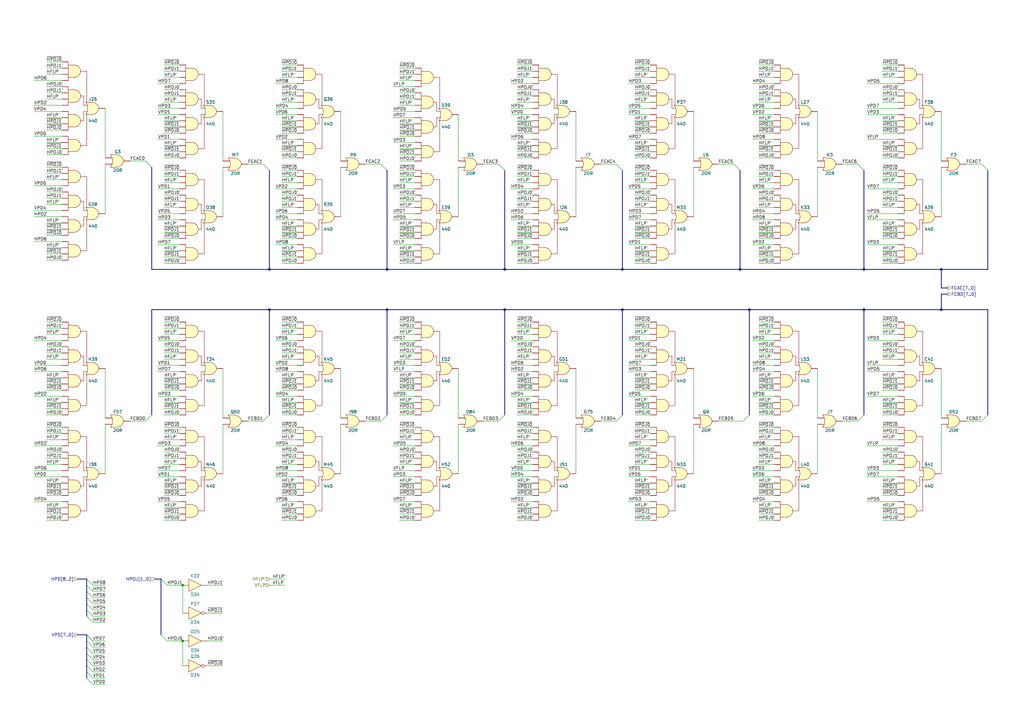
<source format=kicad_sch>
(kicad_sch (version 20230121) (generator eeschema)
  (paper "A3")
  (title_block (title "Konami 007786") (date "2024-01-28") (company "Ulf Skutnabba, twitter: @skutis77"))
  (junction (at 207.01 110.49))
  (junction (at 354.33 110.49))
  (junction (at 207.01 127))
  (junction (at 74.93 240.03))
  (junction (at 386.08 110.49))
  (junction (at 386.08 127))
  (junction (at 354.33 127))
  (junction (at 158.75 110.49))
  (junction (at 110.49 127))
  (junction (at 110.49 110.49))
  (junction (at 255.27 127))
  (junction (at 303.53 110.49))
  (junction (at 158.75 127))
  (junction (at 74.93 262.89))
  (junction (at 255.27 110.49))
  (junction (at 307.34 127))
  (bus_entry (at 38.1 278.13) (size -2.54 -2.54))
  (bus_entry (at 35.56 240.03) (size 2.54 2.54))
  (bus_entry (at 66.04 260.35) (size 2.54 2.54))
  (bus_entry (at 59.69 66.04) (size 2.54 2.54))
  (bus_entry (at 304.8 172.72) (size 2.54 -2.54))
  (bus_entry (at 351.79 67.31) (size 2.54 2.54))
  (bus_entry (at 35.56 237.49) (size 2.54 2.54))
  (bus_entry (at 204.47 172.72) (size 2.54 -2.54))
  (bus_entry (at 35.56 242.57) (size 2.54 2.54))
  (bus_entry (at 35.56 245.11) (size 2.54 2.54))
  (bus_entry (at 300.99 67.31) (size 2.54 2.54))
  (bus_entry (at 35.56 252.73) (size 2.54 2.54))
  (bus_entry (at 38.1 280.67) (size -2.54 -2.54))
  (bus_entry (at 38.1 267.97) (size -2.54 -2.54))
  (bus_entry (at 38.1 262.89) (size -2.54 -2.54))
  (bus_entry (at 402.59 67.31) (size 2.54 2.54))
  (bus_entry (at 38.1 275.59) (size -2.54 -2.54))
  (bus_entry (at 66.04 237.49) (size 2.54 2.54))
  (bus_entry (at 351.79 172.72) (size 2.54 -2.54))
  (bus_entry (at 252.73 172.72) (size 2.54 -2.54))
  (bus_entry (at 35.56 250.19) (size 2.54 2.54))
  (bus_entry (at 38.1 270.51) (size -2.54 -2.54))
  (bus_entry (at 38.1 265.43) (size -2.54 -2.54))
  (bus_entry (at 107.95 67.31) (size 2.54 2.54))
  (bus_entry (at 156.21 172.72) (size 2.54 -2.54))
  (bus_entry (at 35.56 247.65) (size 2.54 2.54))
  (bus_entry (at 107.95 172.72) (size 2.54 -2.54))
  (bus_entry (at 402.59 172.72) (size 2.54 -2.54))
  (bus_entry (at 252.73 67.31) (size 2.54 2.54))
  (bus_entry (at 204.47 67.31) (size 2.54 2.54))
  (bus_entry (at 59.69 172.72) (size 2.54 -2.54))
  (bus_entry (at 156.21 67.31) (size 2.54 2.54))
  (bus_entry (at 38.1 273.05) (size -2.54 -2.54))
  (bus_entry (at 38.1 262.89) (size -2.54 -2.54))
  (wire (pts (xy 163.83 30.48) (xy 170.18 30.48)))
  (wire (pts (xy 308.61 87.63) (xy 317.5 87.63)))
  (wire (pts (xy 13.97 193.04) (xy 25.4 193.04)))
  (wire (pts (xy 212.09 62.23) (xy 218.44 62.23)))
  (wire (pts (xy 67.31 160.02) (xy 73.66 160.02)))
  (bus (pts (xy 207.01 170.18) (xy 207.01 127)))
  (wire (pts (xy 361.95 144.78) (xy 368.3 144.78)))
  (wire (pts (xy 139.7 88.9) (xy 139.7 68.58)))
  (wire (pts (xy 163.83 170.18) (xy 170.18 170.18)))
  (wire (pts (xy 67.31 85.09) (xy 73.66 85.09)))
  (wire (pts (xy 311.15 142.24) (xy 317.5 142.24)))
  (wire (pts (xy 19.05 165.1) (xy 25.4 165.1)))
  (wire (pts (xy 19.05 53.34) (xy 25.4 53.34)))
  (wire (pts (xy 311.15 167.64) (xy 317.5 167.64)))
  (wire (pts (xy 311.15 97.79) (xy 317.5 97.79)))
  (wire (pts (xy 260.35 190.5) (xy 266.7 190.5)))
  (wire (pts (xy 19.05 104.14) (xy 25.4 104.14)))
  (wire (pts (xy 361.95 31.75) (xy 368.3 31.75)))
  (bus (pts (xy 35.56 247.65) (xy 35.56 250.19)))
  (bus (pts (xy 158.75 110.49) (xy 158.75 69.85)))
  (wire (pts (xy 13.97 149.86) (xy 25.4 149.86)))
  (wire (pts (xy 115.57 107.95) (xy 121.92 107.95)))
  (wire (pts (xy 311.15 92.71) (xy 317.5 92.71)))
  (bus (pts (xy 307.34 170.18) (xy 307.34 127)))
  (wire (pts (xy 260.35 200.66) (xy 266.7 200.66)))
  (wire (pts (xy 335.28 45.72) (xy 335.28 66.04)))
  (wire (pts (xy 209.55 139.7) (xy 218.44 139.7)))
  (wire (pts (xy 355.6 57.15) (xy 368.3 57.15)))
  (wire (pts (xy 67.31 165.1) (xy 73.66 165.1)))
  (wire (pts (xy 260.35 213.36) (xy 266.7 213.36)))
  (bus (pts (xy 207.01 110.49) (xy 255.27 110.49)))
  (wire (pts (xy 163.83 92.71) (xy 170.18 92.71)))
  (bus (pts (xy 354.33 127) (xy 386.08 127)))
  (wire (pts (xy 361.95 200.66) (xy 368.3 200.66)))
  (wire (pts (xy 257.81 87.63) (xy 266.7 87.63)))
  (wire (pts (xy 361.95 198.12) (xy 368.3 198.12)))
  (wire (pts (xy 13.97 195.58) (xy 25.4 195.58)))
  (wire (pts (xy 361.95 49.53) (xy 368.3 49.53)))
  (wire (pts (xy 355.6 195.58) (xy 368.3 195.58)))
  (wire (pts (xy 311.15 134.62) (xy 317.5 134.62)))
  (wire (pts (xy 19.05 25.4) (xy 25.4 25.4)))
  (wire (pts (xy 163.83 63.5) (xy 170.18 63.5)))
  (wire (pts (xy 19.05 81.28) (xy 25.4 81.28)))
  (wire (pts (xy 212.09 80.01) (xy 218.44 80.01)))
  (wire (pts (xy 209.55 34.29) (xy 218.44 34.29)))
  (wire (pts (xy 361.95 74.93) (xy 368.3 74.93)))
  (wire (pts (xy 115.57 39.37) (xy 121.92 39.37)))
  (wire (pts (xy 115.57 200.66) (xy 121.92 200.66)))
  (wire (pts (xy 260.35 142.24) (xy 266.7 142.24)))
  (wire (pts (xy 361.95 52.07) (xy 368.3 52.07)))
  (wire (pts (xy 257.81 44.45) (xy 266.7 44.45)))
  (wire (pts (xy 163.83 190.5) (xy 170.18 190.5)))
  (wire (pts (xy 163.83 180.34) (xy 170.18 180.34)))
  (wire (pts (xy 19.05 83.82) (xy 25.4 83.82)))
  (wire (pts (xy 149.86 67.31) (xy 156.21 67.31)))
  (wire (pts (xy 311.15 102.87) (xy 317.5 102.87)))
  (wire (pts (xy 161.29 205.74) (xy 170.18 205.74)))
  (wire (pts (xy 67.31 175.26) (xy 73.66 175.26)))
  (wire (pts (xy 308.61 90.17) (xy 317.5 90.17)))
  (wire (pts (xy 257.81 182.88) (xy 266.7 182.88)))
  (wire (pts (xy 139.7 45.72) (xy 139.7 66.04)))
  (wire (pts (xy 67.31 144.78) (xy 73.66 144.78)))
  (wire (pts (xy 91.44 151.13) (xy 91.44 171.45)))
  (wire (pts (xy 64.77 77.47) (xy 73.66 77.47)))
  (wire (pts (xy 19.05 167.64) (xy 25.4 167.64)))
  (wire (pts (xy 212.09 190.5) (xy 218.44 190.5)))
  (wire (pts (xy 212.09 154.94) (xy 218.44 154.94)))
  (wire (pts (xy 212.09 170.18) (xy 218.44 170.18)))
  (wire (pts (xy 212.09 210.82) (xy 218.44 210.82)))
  (wire (pts (xy 115.57 62.23) (xy 121.92 62.23)))
  (wire (pts (xy 260.35 39.37) (xy 266.7 39.37)))
  (wire (pts (xy 115.57 157.48) (xy 121.92 157.48)))
  (wire (pts (xy 209.55 90.17) (xy 218.44 90.17)))
  (wire (pts (xy 212.09 213.36) (xy 218.44 213.36)))
  (wire (pts (xy 311.15 82.55) (xy 317.5 82.55)))
  (wire (pts (xy 355.6 34.29) (xy 368.3 34.29)))
  (wire (pts (xy 91.44 66.04) (xy 91.44 45.72)))
  (wire (pts (xy 209.55 193.04) (xy 218.44 193.04)))
  (wire (pts (xy 64.77 90.17) (xy 73.66 90.17)))
  (bus (pts (xy 35.56 240.03) (xy 35.56 242.57)))
  (wire (pts (xy 308.61 149.86) (xy 317.5 149.86)))
  (wire (pts (xy 163.83 177.8) (xy 170.18 177.8)))
  (wire (pts (xy 163.83 107.95) (xy 170.18 107.95)))
  (wire (pts (xy 294.64 67.31) (xy 300.99 67.31)))
  (wire (pts (xy 115.57 203.2) (xy 121.92 203.2)))
  (wire (pts (xy 212.09 165.1) (xy 218.44 165.1)))
  (wire (pts (xy 163.83 60.96) (xy 170.18 60.96)))
  (wire (pts (xy 257.81 100.33) (xy 266.7 100.33)))
  (wire (pts (xy 67.31 208.28) (xy 73.66 208.28)))
  (bus (pts (xy 354.33 170.18) (xy 354.33 127)))
  (wire (pts (xy 115.57 160.02) (xy 121.92 160.02)))
  (wire (pts (xy 19.05 180.34) (xy 25.4 180.34)))
  (wire (pts (xy 209.55 182.88) (xy 218.44 182.88)))
  (wire (pts (xy 361.95 102.87) (xy 368.3 102.87)))
  (wire (pts (xy 209.55 195.58) (xy 218.44 195.58)))
  (wire (pts (xy 355.6 77.47) (xy 368.3 77.47)))
  (wire (pts (xy 13.97 45.72) (xy 25.4 45.72)))
  (wire (pts (xy 67.31 187.96) (xy 73.66 187.96)))
  (wire (pts (xy 209.55 46.99) (xy 218.44 46.99)))
  (wire (pts (xy 257.81 139.7) (xy 266.7 139.7)))
  (wire (pts (xy 67.31 54.61) (xy 73.66 54.61)))
  (wire (pts (xy 163.83 134.62) (xy 170.18 134.62)))
  (wire (pts (xy 236.22 68.58) (xy 236.22 88.9)))
  (wire (pts (xy 361.95 82.55) (xy 368.3 82.55)))
  (wire (pts (xy 361.95 167.64) (xy 368.3 167.64)))
  (wire (pts (xy 311.15 29.21) (xy 317.5 29.21)))
  (bus (pts (xy 35.56 270.51) (xy 35.56 273.05)))
  (wire (pts (xy 361.95 190.5) (xy 368.3 190.5)))
  (wire (pts (xy 209.55 77.47) (xy 218.44 77.47)))
  (wire (pts (xy 19.05 30.48) (xy 25.4 30.48)))
  (wire (pts (xy 311.15 180.34) (xy 317.5 180.34)))
  (wire (pts (xy 335.28 68.58) (xy 335.28 88.9)))
  (wire (pts (xy 38.1 267.97) (xy 43.18 267.97)))
  (wire (pts (xy 361.95 36.83) (xy 368.3 36.83)))
  (wire (pts (xy 115.57 97.79) (xy 121.92 97.79)))
  (wire (pts (xy 115.57 41.91) (xy 121.92 41.91)))
  (wire (pts (xy 64.77 139.7) (xy 73.66 139.7)))
  (wire (pts (xy 163.83 213.36) (xy 170.18 213.36)))
  (wire (pts (xy 260.35 137.16) (xy 266.7 137.16)))
  (wire (pts (xy 19.05 73.66) (xy 25.4 73.66)))
  (wire (pts (xy 115.57 105.41) (xy 121.92 105.41)))
  (bus (pts (xy 66.04 260.35) (xy 66.04 237.49)))
  (wire (pts (xy 212.09 200.66) (xy 218.44 200.66)))
  (bus (pts (xy 405.13 110.49) (xy 386.08 110.49)))
  (bus (pts (xy 31.75 237.49) (xy 35.56 237.49)))
  (wire (pts (xy 67.31 142.24) (xy 73.66 142.24)))
  (wire (pts (xy 260.35 36.83) (xy 266.7 36.83)))
  (wire (pts (xy 19.05 50.8) (xy 25.4 50.8)))
  (wire (pts (xy 19.05 58.42) (xy 25.4 58.42)))
  (bus (pts (xy 35.56 260.35) (xy 35.56 262.89)))
  (wire (pts (xy 212.09 105.41) (xy 218.44 105.41)))
  (wire (pts (xy 335.28 151.13) (xy 335.28 171.45)))
  (wire (pts (xy 115.57 210.82) (xy 121.92 210.82)))
  (wire (pts (xy 115.57 95.25) (xy 121.92 95.25)))
  (wire (pts (xy 161.29 48.26) (xy 170.18 48.26)))
  (wire (pts (xy 13.97 86.36) (xy 25.4 86.36)))
  (wire (pts (xy 361.95 160.02) (xy 368.3 160.02)))
  (wire (pts (xy 355.6 193.04) (xy 368.3 193.04)))
  (wire (pts (xy 115.57 165.1) (xy 121.92 165.1)))
  (wire (pts (xy 187.96 46.99) (xy 187.96 66.04)))
  (wire (pts (xy 257.81 57.15) (xy 266.7 57.15)))
  (wire (pts (xy 38.1 242.57) (xy 43.18 242.57)))
  (wire (pts (xy 67.31 137.16) (xy 73.66 137.16)))
  (wire (pts (xy 361.95 41.91) (xy 368.3 41.91)))
  (bus (pts (xy 303.53 110.49) (xy 354.33 110.49)))
  (wire (pts (xy 311.15 165.1) (xy 317.5 165.1)))
  (wire (pts (xy 19.05 38.1) (xy 25.4 38.1)))
  (wire (pts (xy 236.22 194.31) (xy 236.22 173.99)))
  (wire (pts (xy 355.6 139.7) (xy 368.3 139.7)))
  (wire (pts (xy 101.6 67.31) (xy 107.95 67.31)))
  (wire (pts (xy 311.15 200.66) (xy 317.5 200.66)))
  (wire (pts (xy 212.09 177.8) (xy 218.44 177.8)))
  (wire (pts (xy 163.83 167.64) (xy 170.18 167.64)))
  (wire (pts (xy 308.61 193.04) (xy 317.5 193.04)))
  (bus (pts (xy 354.33 127) (xy 307.34 127)))
  (wire (pts (xy 361.95 137.16) (xy 368.3 137.16)))
  (wire (pts (xy 19.05 78.74) (xy 25.4 78.74)))
  (bus (pts (xy 405.13 110.49) (xy 405.13 69.85)))
  (wire (pts (xy 361.95 64.77) (xy 368.3 64.77)))
  (wire (pts (xy 212.09 59.69) (xy 218.44 59.69)))
  (wire (pts (xy 212.09 85.09) (xy 218.44 85.09)))
  (wire (pts (xy 113.03 193.04) (xy 121.92 193.04)))
  (wire (pts (xy 38.1 245.11) (xy 43.18 245.11)))
  (wire (pts (xy 311.15 160.02) (xy 317.5 160.02)))
  (bus (pts (xy 158.75 110.49) (xy 207.01 110.49)))
  (wire (pts (xy 64.77 149.86) (xy 73.66 149.86)))
  (wire (pts (xy 161.29 162.56) (xy 170.18 162.56)))
  (wire (pts (xy 101.6 172.72) (xy 107.95 172.72)))
  (wire (pts (xy 212.09 41.91) (xy 218.44 41.91)))
  (wire (pts (xy 115.57 185.42) (xy 121.92 185.42)))
  (wire (pts (xy 19.05 160.02) (xy 25.4 160.02)))
  (wire (pts (xy 284.48 151.13) (xy 284.48 171.45)))
  (wire (pts (xy 209.55 152.4) (xy 218.44 152.4)))
  (bus (pts (xy 386.08 127) (xy 386.08 120.65)))
  (wire (pts (xy 209.55 44.45) (xy 218.44 44.45)))
  (wire (pts (xy 113.03 149.86) (xy 121.92 149.86)))
  (wire (pts (xy 311.15 175.26) (xy 317.5 175.26)))
  (wire (pts (xy 284.48 45.72) (xy 284.48 66.04)))
  (wire (pts (xy 260.35 167.64) (xy 266.7 167.64)))
  (wire (pts (xy 67.31 39.37) (xy 73.66 39.37)))
  (wire (pts (xy 115.57 29.21) (xy 121.92 29.21)))
  (wire (pts (xy 212.09 97.79) (xy 218.44 97.79)))
  (wire (pts (xy 311.15 210.82) (xy 317.5 210.82)))
  (bus (pts (xy 386.08 118.11) (xy 388.62 118.11)))
  (wire (pts (xy 284.48 194.31) (xy 284.48 173.99)))
  (wire (pts (xy 212.09 95.25) (xy 218.44 95.25)))
  (wire (pts (xy 209.55 57.15) (xy 218.44 57.15)))
  (wire (pts (xy 64.77 34.29) (xy 73.66 34.29)))
  (wire (pts (xy 115.57 134.62) (xy 121.92 134.62)))
  (wire (pts (xy 115.57 144.78) (xy 121.92 144.78)))
  (wire (pts (xy 260.35 198.12) (xy 266.7 198.12)))
  (wire (pts (xy 53.34 66.04) (xy 59.69 66.04)))
  (wire (pts (xy 212.09 49.53) (xy 218.44 49.53)))
  (wire (pts (xy 113.03 152.4) (xy 121.92 152.4)))
  (wire (pts (xy 361.95 132.08) (xy 368.3 132.08)))
  (wire (pts (xy 335.28 194.31) (xy 335.28 173.99)))
  (wire (pts (xy 198.12 172.72) (xy 204.47 172.72)))
  (wire (pts (xy 64.77 46.99) (xy 73.66 46.99)))
  (wire (pts (xy 260.35 52.07) (xy 266.7 52.07)))
  (wire (pts (xy 161.29 100.33) (xy 170.18 100.33)))
  (wire (pts (xy 19.05 134.62) (xy 25.4 134.62)))
  (wire (pts (xy 163.83 154.94) (xy 170.18 154.94)))
  (wire (pts (xy 67.31 29.21) (xy 73.66 29.21)))
  (wire (pts (xy 212.09 144.78) (xy 218.44 144.78)))
  (wire (pts (xy 311.15 59.69) (xy 317.5 59.69)))
  (wire (pts (xy 212.09 180.34) (xy 218.44 180.34)))
  (wire (pts (xy 115.57 213.36) (xy 121.92 213.36)))
  (wire (pts (xy 311.15 62.23) (xy 317.5 62.23)))
  (wire (pts (xy 38.1 250.19) (xy 43.18 250.19)))
  (wire (pts (xy 19.05 27.94) (xy 25.4 27.94)))
  (wire (pts (xy 163.83 142.24) (xy 170.18 142.24)))
  (wire (pts (xy 257.81 193.04) (xy 266.7 193.04)))
  (wire (pts (xy 212.09 147.32) (xy 218.44 147.32)))
  (wire (pts (xy 311.15 157.48) (xy 317.5 157.48)))
  (wire (pts (xy 85.09 273.05) (xy 91.44 273.05)))
  (wire (pts (xy 115.57 82.55) (xy 121.92 82.55)))
  (wire (pts (xy 115.57 177.8) (xy 121.92 177.8)))
  (wire (pts (xy 74.93 262.89) (xy 74.93 273.05)))
  (wire (pts (xy 115.57 49.53) (xy 121.92 49.53)))
  (wire (pts (xy 13.97 205.74) (xy 25.4 205.74)))
  (wire (pts (xy 212.09 198.12) (xy 218.44 198.12)))
  (wire (pts (xy 163.83 137.16) (xy 170.18 137.16)))
  (bus (pts (xy 354.33 110.49) (xy 354.33 69.85)))
  (wire (pts (xy 260.35 187.96) (xy 266.7 187.96)))
  (wire (pts (xy 236.22 151.13) (xy 236.22 171.45)))
  (bus (pts (xy 35.56 245.11) (xy 35.56 247.65)))
  (wire (pts (xy 163.83 72.39) (xy 170.18 72.39)))
  (wire (pts (xy 19.05 190.5) (xy 25.4 190.5)))
  (wire (pts (xy 396.24 172.72) (xy 402.59 172.72)))
  (wire (pts (xy 113.03 46.99) (xy 121.92 46.99)))
  (wire (pts (xy 64.77 162.56) (xy 73.66 162.56)))
  (wire (pts (xy 163.83 187.96) (xy 170.18 187.96)))
  (wire (pts (xy 67.31 185.42) (xy 73.66 185.42)))
  (wire (pts (xy 115.57 59.69) (xy 121.92 59.69)))
  (wire (pts (xy 361.95 213.36) (xy 368.3 213.36)))
  (wire (pts (xy 311.15 132.08) (xy 317.5 132.08)))
  (wire (pts (xy 19.05 132.08) (xy 25.4 132.08)))
  (wire (pts (xy 91.44 88.9) (xy 91.44 68.58)))
  (wire (pts (xy 67.31 62.23) (xy 73.66 62.23)))
  (wire (pts (xy 212.09 54.61) (xy 218.44 54.61)))
  (wire (pts (xy 209.55 100.33) (xy 218.44 100.33)))
  (wire (pts (xy 355.6 100.33) (xy 368.3 100.33)))
  (wire (pts (xy 19.05 71.12) (xy 25.4 71.12)))
  (wire (pts (xy 74.93 240.03) (xy 74.93 251.46)))
  (wire (pts (xy 163.83 160.02) (xy 170.18 160.02)))
  (wire (pts (xy 355.6 152.4) (xy 368.3 152.4)))
  (wire (pts (xy 67.31 80.01) (xy 73.66 80.01)))
  (wire (pts (xy 163.83 80.01) (xy 170.18 80.01)))
  (wire (pts (xy 67.31 31.75) (xy 73.66 31.75)))
  (wire (pts (xy 115.57 52.07) (xy 121.92 52.07)))
  (wire (pts (xy 361.95 62.23) (xy 368.3 62.23)))
  (wire (pts (xy 161.29 149.86) (xy 170.18 149.86)))
  (wire (pts (xy 361.95 185.42) (xy 368.3 185.42)))
  (wire (pts (xy 355.6 87.63) (xy 368.3 87.63)))
  (wire (pts (xy 246.38 172.72) (xy 252.73 172.72)))
  (wire (pts (xy 260.35 74.93) (xy 266.7 74.93)))
  (wire (pts (xy 212.09 102.87) (xy 218.44 102.87)))
  (wire (pts (xy 113.03 182.88) (xy 121.92 182.88)))
  (wire (pts (xy 257.81 34.29) (xy 266.7 34.29)))
  (wire (pts (xy 38.1 240.03) (xy 43.18 240.03)))
  (wire (pts (xy 311.15 105.41) (xy 317.5 105.41)))
  (wire (pts (xy 161.29 45.72) (xy 170.18 45.72)))
  (wire (pts (xy 115.57 102.87) (xy 121.92 102.87)))
  (wire (pts (xy 149.86 172.72) (xy 156.21 172.72)))
  (bus (pts (xy 255.27 110.49) (xy 303.53 110.49)))
  (wire (pts (xy 212.09 31.75) (xy 218.44 31.75)))
  (wire (pts (xy 355.6 205.74) (xy 368.3 205.74)))
  (wire (pts (xy 212.09 187.96) (xy 218.44 187.96)))
  (wire (pts (xy 308.61 34.29) (xy 317.5 34.29)))
  (wire (pts (xy 212.09 52.07) (xy 218.44 52.07)))
  (wire (pts (xy 19.05 48.26) (xy 25.4 48.26)))
  (wire (pts (xy 38.1 270.51) (xy 43.18 270.51)))
  (wire (pts (xy 67.31 97.79) (xy 73.66 97.79)))
  (wire (pts (xy 355.6 182.88) (xy 368.3 182.88)))
  (wire (pts (xy 19.05 175.26) (xy 25.4 175.26)))
  (wire (pts (xy 361.95 39.37) (xy 368.3 39.37)))
  (bus (pts (xy 255.27 170.18) (xy 255.27 127)))
  (wire (pts (xy 43.18 151.13) (xy 43.18 171.45)))
  (wire (pts (xy 19.05 101.6) (xy 25.4 101.6)))
  (wire (pts (xy 311.15 49.53) (xy 317.5 49.53)))
  (wire (pts (xy 311.15 52.07) (xy 317.5 52.07)))
  (wire (pts (xy 161.29 152.4) (xy 170.18 152.4)))
  (bus (pts (xy 62.23 68.58) (xy 62.23 110.49)))
  (wire (pts (xy 161.29 139.7) (xy 170.18 139.7)))
  (wire (pts (xy 311.15 107.95) (xy 317.5 107.95)))
  (wire (pts (xy 13.97 76.2) (xy 25.4 76.2)))
  (wire (pts (xy 257.81 90.17) (xy 266.7 90.17)))
  (wire (pts (xy 13.97 162.56) (xy 25.4 162.56)))
  (bus (pts (xy 255.27 127) (xy 207.01 127)))
  (wire (pts (xy 163.83 55.88) (xy 170.18 55.88)))
  (wire (pts (xy 115.57 92.71) (xy 121.92 92.71)))
  (wire (pts (xy 308.61 46.99) (xy 317.5 46.99)))
  (wire (pts (xy 19.05 93.98) (xy 25.4 93.98)))
  (wire (pts (xy 308.61 152.4) (xy 317.5 152.4)))
  (wire (pts (xy 13.97 99.06) (xy 25.4 99.06)))
  (wire (pts (xy 67.31 102.87) (xy 73.66 102.87)))
  (wire (pts (xy 311.15 213.36) (xy 317.5 213.36)))
  (wire (pts (xy 113.03 57.15) (xy 121.92 57.15)))
  (wire (pts (xy 67.31 203.2) (xy 73.66 203.2)))
  (wire (pts (xy 113.03 34.29) (xy 121.92 34.29)))
  (wire (pts (xy 67.31 36.83) (xy 73.66 36.83)))
  (wire (pts (xy 311.15 144.78) (xy 317.5 144.78)))
  (wire (pts (xy 163.83 208.28) (xy 170.18 208.28)))
  (wire (pts (xy 163.83 33.02) (xy 170.18 33.02)))
  (wire (pts (xy 67.31 167.64) (xy 73.66 167.64)))
  (wire (pts (xy 43.18 44.45) (xy 43.18 64.77)))
  (wire (pts (xy 212.09 132.08) (xy 218.44 132.08)))
  (wire (pts (xy 115.57 147.32) (xy 121.92 147.32)))
  (wire (pts (xy 85.09 262.89) (xy 91.44 262.89)))
  (wire (pts (xy 115.57 54.61) (xy 121.92 54.61)))
  (wire (pts (xy 38.1 252.73) (xy 43.18 252.73)))
  (wire (pts (xy 161.29 195.58) (xy 170.18 195.58)))
  (wire (pts (xy 361.95 187.96) (xy 368.3 187.96)))
  (wire (pts (xy 260.35 49.53) (xy 266.7 49.53)))
  (wire (pts (xy 260.35 102.87) (xy 266.7 102.87)))
  (wire (pts (xy 257.81 46.99) (xy 266.7 46.99)))
  (wire (pts (xy 64.77 195.58) (xy 73.66 195.58)))
  (wire (pts (xy 115.57 85.09) (xy 121.92 85.09)))
  (wire (pts (xy 19.05 96.52) (xy 25.4 96.52)))
  (wire (pts (xy 361.95 72.39) (xy 368.3 72.39)))
  (wire (pts (xy 260.35 62.23) (xy 266.7 62.23)))
  (bus (pts (xy 303.53 110.49) (xy 303.53 69.85)))
  (wire (pts (xy 163.83 95.25) (xy 170.18 95.25)))
  (wire (pts (xy 67.31 52.07) (xy 73.66 52.07)))
  (wire (pts (xy 260.35 157.48) (xy 266.7 157.48)))
  (wire (pts (xy 85.09 240.03) (xy 91.44 240.03)))
  (wire (pts (xy 361.95 165.1) (xy 368.3 165.1)))
  (wire (pts (xy 64.77 100.33) (xy 73.66 100.33)))
  (bus (pts (xy 35.56 267.97) (xy 35.56 270.51)))
  (wire (pts (xy 19.05 63.5) (xy 25.4 63.5)))
  (wire (pts (xy 163.83 147.32) (xy 170.18 147.32)))
  (wire (pts (xy 209.55 149.86) (xy 218.44 149.86)))
  (bus (pts (xy 386.08 120.65) (xy 388.62 120.65)))
  (wire (pts (xy 163.83 97.79) (xy 170.18 97.79)))
  (wire (pts (xy 161.29 90.17) (xy 170.18 90.17)))
  (wire (pts (xy 19.05 203.2) (xy 25.4 203.2)))
  (wire (pts (xy 212.09 175.26) (xy 218.44 175.26)))
  (wire (pts (xy 361.95 175.26) (xy 368.3 175.26)))
  (wire (pts (xy 67.31 198.12) (xy 73.66 198.12)))
  (wire (pts (xy 163.83 53.34) (xy 170.18 53.34)))
  (wire (pts (xy 355.6 162.56) (xy 368.3 162.56)))
  (wire (pts (xy 67.31 105.41) (xy 73.66 105.41)))
  (wire (pts (xy 311.15 203.2) (xy 317.5 203.2)))
  (wire (pts (xy 260.35 95.25) (xy 266.7 95.25)))
  (wire (pts (xy 212.09 29.21) (xy 218.44 29.21)))
  (wire (pts (xy 38.1 255.27) (xy 43.18 255.27)))
  (wire (pts (xy 257.81 152.4) (xy 266.7 152.4)))
  (wire (pts (xy 212.09 160.02) (xy 218.44 160.02)))
  (wire (pts (xy 64.77 44.45) (xy 73.66 44.45)))
  (wire (pts (xy 260.35 177.8) (xy 266.7 177.8)))
  (wire (pts (xy 386.08 45.72) (xy 386.08 66.04)))
  (wire (pts (xy 163.83 27.94) (xy 170.18 27.94)))
  (wire (pts (xy 260.35 134.62) (xy 266.7 134.62)))
  (wire (pts (xy 67.31 64.77) (xy 73.66 64.77)))
  (wire (pts (xy 257.81 162.56) (xy 266.7 162.56)))
  (wire (pts (xy 396.24 67.31) (xy 402.59 67.31)))
  (wire (pts (xy 311.15 85.09) (xy 317.5 85.09)))
  (wire (pts (xy 361.95 177.8) (xy 368.3 177.8)))
  (wire (pts (xy 85.09 251.46) (xy 91.44 251.46)))
  (wire (pts (xy 212.09 74.93) (xy 218.44 74.93)))
  (wire (pts (xy 311.15 185.42) (xy 317.5 185.42)))
  (wire (pts (xy 19.05 137.16) (xy 25.4 137.16)))
  (wire (pts (xy 198.12 67.31) (xy 204.47 67.31)))
  (wire (pts (xy 361.95 69.85) (xy 368.3 69.85)))
  (wire (pts (xy 361.95 54.61) (xy 368.3 54.61)))
  (wire (pts (xy 163.83 198.12) (xy 170.18 198.12)))
  (wire (pts (xy 257.81 77.47) (xy 266.7 77.47)))
  (wire (pts (xy 161.29 87.63) (xy 170.18 87.63)))
  (wire (pts (xy 19.05 40.64) (xy 25.4 40.64)))
  (wire (pts (xy 260.35 97.79) (xy 266.7 97.79)))
  (wire (pts (xy 187.96 88.9) (xy 187.96 68.58)))
  (wire (pts (xy 67.31 154.94) (xy 73.66 154.94)))
  (wire (pts (xy 113.03 87.63) (xy 121.92 87.63)))
  (wire (pts (xy 386.08 68.58) (xy 386.08 88.9)))
  (wire (pts (xy 115.57 154.94) (xy 121.92 154.94)))
  (wire (pts (xy 38.1 247.65) (xy 43.18 247.65)))
  (wire (pts (xy 308.61 77.47) (xy 317.5 77.47)))
  (bus (pts (xy 35.56 250.19) (xy 35.56 252.73)))
  (wire (pts (xy 163.83 165.1) (xy 170.18 165.1)))
  (wire (pts (xy 260.35 41.91) (xy 266.7 41.91)))
  (wire (pts (xy 19.05 177.8) (xy 25.4 177.8)))
  (wire (pts (xy 361.95 157.48) (xy 368.3 157.48)))
  (wire (pts (xy 260.35 54.61) (xy 266.7 54.61)))
  (wire (pts (xy 19.05 200.66) (xy 25.4 200.66)))
  (wire (pts (xy 163.83 66.04) (xy 170.18 66.04)))
  (wire (pts (xy 345.44 67.31) (xy 351.79 67.31)))
  (wire (pts (xy 212.09 26.67) (xy 218.44 26.67)))
  (wire (pts (xy 38.1 265.43) (xy 43.18 265.43)))
  (wire (pts (xy 67.31 59.69) (xy 73.66 59.69)))
  (wire (pts (xy 113.03 205.74) (xy 121.92 205.74)))
  (wire (pts (xy 246.38 67.31) (xy 252.73 67.31)))
  (wire (pts (xy 43.18 67.31) (xy 43.18 87.63)))
  (wire (pts (xy 113.03 44.45) (xy 121.92 44.45)))
  (bus (pts (xy 35.56 275.59) (xy 35.56 278.13)))
  (wire (pts (xy 212.09 72.39) (xy 218.44 72.39)))
  (wire (pts (xy 163.83 82.55) (xy 170.18 82.55)))
  (wire (pts (xy 311.15 72.39) (xy 317.5 72.39)))
  (wire (pts (xy 311.15 187.96) (xy 317.5 187.96)))
  (bus (pts (xy 35.56 242.57) (xy 35.56 245.11)))
  (wire (pts (xy 260.35 64.77) (xy 266.7 64.77)))
  (wire (pts (xy 260.35 85.09) (xy 266.7 85.09)))
  (wire (pts (xy 19.05 147.32) (xy 25.4 147.32)))
  (wire (pts (xy 38.1 273.05) (xy 43.18 273.05)))
  (wire (pts (xy 19.05 187.96) (xy 25.4 187.96)))
  (wire (pts (xy 115.57 36.83) (xy 121.92 36.83)))
  (wire (pts (xy 212.09 167.64) (xy 218.44 167.64)))
  (wire (pts (xy 212.09 185.42) (xy 218.44 185.42)))
  (wire (pts (xy 13.97 182.88) (xy 25.4 182.88)))
  (wire (pts (xy 361.95 134.62) (xy 368.3 134.62)))
  (wire (pts (xy 345.44 172.72) (xy 351.79 172.72)))
  (wire (pts (xy 308.61 182.88) (xy 317.5 182.88)))
  (wire (pts (xy 67.31 72.39) (xy 73.66 72.39)))
  (wire (pts (xy 67.31 177.8) (xy 73.66 177.8)))
  (wire (pts (xy 260.35 107.95) (xy 266.7 107.95)))
  (wire (pts (xy 212.09 142.24) (xy 218.44 142.24)))
  (wire (pts (xy 68.58 262.89) (xy 74.93 262.89)))
  (wire (pts (xy 13.97 139.7) (xy 25.4 139.7)))
  (wire (pts (xy 212.09 208.28) (xy 218.44 208.28)))
  (wire (pts (xy 260.35 69.85) (xy 266.7 69.85)))
  (wire (pts (xy 260.35 185.42) (xy 266.7 185.42)))
  (wire (pts (xy 308.61 44.45) (xy 317.5 44.45)))
  (wire (pts (xy 355.6 149.86) (xy 368.3 149.86)))
  (wire (pts (xy 19.05 91.44) (xy 25.4 91.44)))
  (wire (pts (xy 361.95 154.94) (xy 368.3 154.94)))
  (wire (pts (xy 13.97 152.4) (xy 25.4 152.4)))
  (wire (pts (xy 38.1 275.59) (xy 43.18 275.59)))
  (wire (pts (xy 163.83 210.82) (xy 170.18 210.82)))
  (wire (pts (xy 311.15 31.75) (xy 317.5 31.75)))
  (wire (pts (xy 187.96 194.31) (xy 187.96 173.99)))
  (wire (pts (xy 361.95 208.28) (xy 368.3 208.28)))
  (wire (pts (xy 13.97 43.18) (xy 25.4 43.18)))
  (wire (pts (xy 113.03 195.58) (xy 121.92 195.58)))
  (wire (pts (xy 163.83 40.64) (xy 170.18 40.64)))
  (wire (pts (xy 284.48 68.58) (xy 284.48 88.9)))
  (wire (pts (xy 311.15 64.77) (xy 317.5 64.77)))
  (wire (pts (xy 361.95 210.82) (xy 368.3 210.82)))
  (wire (pts (xy 212.09 137.16) (xy 218.44 137.16)))
  (wire (pts (xy 113.03 162.56) (xy 121.92 162.56)))
  (wire (pts (xy 115.57 170.18) (xy 121.92 170.18)))
  (bus (pts (xy 110.49 110.49) (xy 110.49 69.85)))
  (wire (pts (xy 308.61 57.15) (xy 317.5 57.15)))
  (wire (pts (xy 113.03 100.33) (xy 121.92 100.33)))
  (wire (pts (xy 260.35 160.02) (xy 266.7 160.02)))
  (wire (pts (xy 308.61 195.58) (xy 317.5 195.58)))
  (bus (pts (xy 110.49 127) (xy 110.49 170.18)))
  (wire (pts (xy 257.81 205.74) (xy 266.7 205.74)))
  (wire (pts (xy 43.18 194.31) (xy 43.18 173.99)))
  (wire (pts (xy 209.55 162.56) (xy 218.44 162.56)))
  (wire (pts (xy 311.15 41.91) (xy 317.5 41.91)))
  (wire (pts (xy 163.83 203.2) (xy 170.18 203.2)))
  (wire (pts (xy 67.31 210.82) (xy 73.66 210.82)))
  (wire (pts (xy 260.35 154.94) (xy 266.7 154.94)))
  (wire (pts (xy 386.08 151.13) (xy 386.08 171.45)))
  (wire (pts (xy 260.35 147.32) (xy 266.7 147.32)))
  (wire (pts (xy 67.31 134.62) (xy 73.66 134.62)))
  (bus (pts (xy 35.56 273.05) (xy 35.56 275.59)))
  (wire (pts (xy 311.15 80.01) (xy 317.5 80.01)))
  (wire (pts (xy 19.05 60.96) (xy 25.4 60.96)))
  (wire (pts (xy 311.15 170.18) (xy 317.5 170.18)))
  (wire (pts (xy 355.6 44.45) (xy 368.3 44.45)))
  (wire (pts (xy 311.15 147.32) (xy 317.5 147.32)))
  (wire (pts (xy 311.15 208.28) (xy 317.5 208.28)))
  (wire (pts (xy 13.97 55.88) (xy 25.4 55.88)))
  (wire (pts (xy 19.05 68.58) (xy 25.4 68.58)))
  (wire (pts (xy 67.31 92.71) (xy 73.66 92.71)))
  (wire (pts (xy 308.61 139.7) (xy 317.5 139.7)))
  (wire (pts (xy 19.05 208.28) (xy 25.4 208.28)))
  (bus (pts (xy 35.56 237.49) (xy 35.56 240.03)))
  (wire (pts (xy 38.1 278.13) (xy 43.18 278.13)))
  (bus (pts (xy 110.49 110.49) (xy 158.75 110.49)))
  (wire (pts (xy 115.57 74.93) (xy 121.92 74.93)))
  (wire (pts (xy 163.83 144.78) (xy 170.18 144.78)))
  (wire (pts (xy 260.35 170.18) (xy 266.7 170.18)))
  (bus (pts (xy 158.75 127) (xy 110.49 127)))
  (wire (pts (xy 67.31 49.53) (xy 73.66 49.53)))
  (wire (pts (xy 260.35 29.21) (xy 266.7 29.21)))
  (wire (pts (xy 212.09 92.71) (xy 218.44 92.71)))
  (wire (pts (xy 260.35 82.55) (xy 266.7 82.55)))
  (wire (pts (xy 260.35 165.1) (xy 266.7 165.1)))
  (wire (pts (xy 361.95 105.41) (xy 368.3 105.41)))
  (wire (pts (xy 91.44 194.31) (xy 91.44 173.99)))
  (wire (pts (xy 212.09 64.77) (xy 218.44 64.77)))
  (wire (pts (xy 260.35 203.2) (xy 266.7 203.2)))
  (wire (pts (xy 260.35 180.34) (xy 266.7 180.34)))
  (wire (pts (xy 163.83 105.41) (xy 170.18 105.41)))
  (wire (pts (xy 361.95 80.01) (xy 368.3 80.01)))
  (wire (pts (xy 19.05 144.78) (xy 25.4 144.78)))
  (wire (pts (xy 161.29 77.47) (xy 170.18 77.47)))
  (wire (pts (xy 19.05 154.94) (xy 25.4 154.94)))
  (wire (pts (xy 311.15 39.37) (xy 317.5 39.37)))
  (wire (pts (xy 115.57 190.5) (xy 121.92 190.5)))
  (bus (pts (xy 35.56 262.89) (xy 35.56 265.43)))
  (wire (pts (xy 361.95 97.79) (xy 368.3 97.79)))
  (wire (pts (xy 43.18 262.89) (xy 38.1 262.89)))
  (wire (pts (xy 361.95 95.25) (xy 368.3 95.25)))
  (wire (pts (xy 187.96 151.13) (xy 187.96 171.45)))
  (wire (pts (xy 115.57 142.24) (xy 121.92 142.24)))
  (wire (pts (xy 260.35 132.08) (xy 266.7 132.08)))
  (wire (pts (xy 212.09 36.83) (xy 218.44 36.83)))
  (wire (pts (xy 13.97 33.02) (xy 25.4 33.02)))
  (wire (pts (xy 115.57 80.01) (xy 121.92 80.01)))
  (bus (pts (xy 35.56 265.43) (xy 35.56 267.97)))
  (wire (pts (xy 311.15 95.25) (xy 317.5 95.25)))
  (wire (pts (xy 115.57 69.85) (xy 121.92 69.85)))
  (wire (pts (xy 308.61 162.56) (xy 317.5 162.56)))
  (wire (pts (xy 67.31 132.08) (xy 73.66 132.08)))
  (bus (pts (xy 207.01 127) (xy 158.75 127)))
  (wire (pts (xy 361.95 85.09) (xy 368.3 85.09)))
  (wire (pts (xy 260.35 175.26) (xy 266.7 175.26)))
  (wire (pts (xy 308.61 205.74) (xy 317.5 205.74)))
  (wire (pts (xy 19.05 185.42) (xy 25.4 185.42)))
  (wire (pts (xy 361.95 92.71) (xy 368.3 92.71)))
  (wire (pts (xy 115.57 26.67) (xy 121.92 26.67)))
  (wire (pts (xy 64.77 57.15) (xy 73.66 57.15)))
  (wire (pts (xy 361.95 29.21) (xy 368.3 29.21)))
  (wire (pts (xy 311.15 154.94) (xy 317.5 154.94)))
  (wire (pts (xy 260.35 72.39) (xy 266.7 72.39)))
  (wire (pts (xy 19.05 213.36) (xy 25.4 213.36)))
  (wire (pts (xy 64.77 87.63) (xy 73.66 87.63)))
  (wire (pts (xy 163.83 157.48) (xy 170.18 157.48)))
  (wire (pts (xy 163.83 74.93) (xy 170.18 74.93)))
  (wire (pts (xy 64.77 152.4) (xy 73.66 152.4)))
  (bus (pts (xy 307.34 127) (xy 255.27 127)))
  (wire (pts (xy 19.05 142.24) (xy 25.4 142.24)))
  (wire (pts (xy 163.83 85.09) (xy 170.18 85.09)))
  (wire (pts (xy 64.77 193.04) (xy 73.66 193.04)))
  (wire (pts (xy 163.83 200.66) (xy 170.18 200.66)))
  (wire (pts (xy 19.05 106.68) (xy 25.4 106.68)))
  (bus (pts (xy 35.56 260.35) (xy 31.75 260.35)))
  (wire (pts (xy 260.35 105.41) (xy 266.7 105.41)))
  (wire (pts (xy 209.55 205.74) (xy 218.44 205.74)))
  (wire (pts (xy 64.77 182.88) (xy 73.66 182.88)))
  (wire (pts (xy 115.57 31.75) (xy 121.92 31.75)))
  (bus (pts (xy 354.33 110.49) (xy 386.08 110.49)))
  (wire (pts (xy 67.31 170.18) (xy 73.66 170.18)))
  (wire (pts (xy 311.15 54.61) (xy 317.5 54.61)))
  (wire (pts (xy 161.29 182.88) (xy 170.18 182.88)))
  (wire (pts (xy 161.29 35.56) (xy 170.18 35.56)))
  (bus (pts (xy 62.23 127) (xy 62.23 170.18)))
  (wire (pts (xy 212.09 39.37) (xy 218.44 39.37)))
  (bus (pts (xy 207.01 69.85) (xy 207.01 110.49)))
  (wire (pts (xy 209.55 87.63) (xy 218.44 87.63)))
  (wire (pts (xy 139.7 194.31) (xy 139.7 173.99)))
  (wire (pts (xy 260.35 26.67) (xy 266.7 26.67)))
  (wire (pts (xy 113.03 77.47) (xy 121.92 77.47)))
  (wire (pts (xy 67.31 213.36) (xy 73.66 213.36)))
  (wire (pts (xy 38.1 280.67) (xy 43.18 280.67)))
  (wire (pts (xy 163.83 50.8) (xy 170.18 50.8)))
  (wire (pts (xy 161.29 193.04) (xy 170.18 193.04)))
  (wire (pts (xy 115.57 137.16) (xy 121.92 137.16)))
  (wire (pts (xy 355.6 90.17) (xy 368.3 90.17)))
  (wire (pts (xy 67.31 95.25) (xy 73.66 95.25)))
  (wire (pts (xy 67.31 107.95) (xy 73.66 107.95)))
  (wire (pts (xy 163.83 175.26) (xy 170.18 175.26)))
  (wire (pts (xy 115.57 72.39) (xy 121.92 72.39)))
  (wire (pts (xy 67.31 41.91) (xy 73.66 41.91)))
  (wire (pts (xy 67.31 147.32) (xy 73.66 147.32)))
  (wire (pts (xy 113.03 139.7) (xy 121.92 139.7)))
  (wire (pts (xy 311.15 137.16) (xy 317.5 137.16)))
  (wire (pts (xy 236.22 45.72) (xy 236.22 66.04)))
  (wire (pts (xy 115.57 132.08) (xy 121.92 132.08)))
  (wire (pts (xy 115.57 208.28) (xy 121.92 208.28)))
  (wire (pts (xy 361.95 26.67) (xy 368.3 26.67)))
  (wire (pts (xy 67.31 157.48) (xy 73.66 157.48)))
  (wire (pts (xy 260.35 80.01) (xy 266.7 80.01)))
  (wire (pts (xy 257.81 195.58) (xy 266.7 195.58)))
  (wire (pts (xy 163.83 38.1) (xy 170.18 38.1)))
  (wire (pts (xy 53.34 172.72) (xy 59.69 172.72)))
  (wire (pts (xy 163.83 102.87) (xy 170.18 102.87)))
  (wire (pts (xy 115.57 64.77) (xy 121.92 64.77)))
  (wire (pts (xy 110.49 240.03) (xy 116.84 240.03)))
  (wire (pts (xy 161.29 58.42) (xy 170.18 58.42)))
  (wire (pts (xy 115.57 175.26) (xy 121.92 175.26)))
  (wire (pts (xy 212.09 203.2) (xy 218.44 203.2)))
  (wire (pts (xy 68.58 240.03) (xy 74.93 240.03)))
  (wire (pts (xy 361.95 147.32) (xy 368.3 147.32)))
  (wire (pts (xy 311.15 74.93) (xy 317.5 74.93)))
  (wire (pts (xy 212.09 157.48) (xy 218.44 157.48)))
  (wire (pts (xy 212.09 134.62) (xy 218.44 134.62)))
  (wire (pts (xy 311.15 198.12) (xy 317.5 198.12)))
  (wire (pts (xy 355.6 46.99) (xy 368.3 46.99)))
  (wire (pts (xy 260.35 59.69) (xy 266.7 59.69)))
  (wire (pts (xy 139.7 151.13) (xy 139.7 171.45)))
  (wire (pts (xy 115.57 198.12) (xy 121.92 198.12)))
  (wire (pts (xy 260.35 144.78) (xy 266.7 144.78)))
  (wire (pts (xy 260.35 92.71) (xy 266.7 92.71)))
  (wire (pts (xy 212.09 69.85) (xy 218.44 69.85)))
  (bus (pts (xy 386.08 127) (xy 405.13 127)))
  (wire (pts (xy 311.15 177.8) (xy 317.5 177.8)))
  (wire (pts (xy 361.95 203.2) (xy 368.3 203.2)))
  (wire (pts (xy 67.31 180.34) (xy 73.66 180.34)))
  (wire (pts (xy 311.15 36.83) (xy 317.5 36.83)))
  (wire (pts (xy 361.95 142.24) (xy 368.3 142.24)))
  (wire (pts (xy 311.15 26.67) (xy 317.5 26.67)))
  (bus (pts (xy 63.5 237.49) (xy 66.04 237.49)))
  (bus (pts (xy 158.75 170.18) (xy 158.75 127)))
  (wire (pts (xy 110.49 237.49) (xy 116.84 237.49)))
  (wire (pts (xy 163.83 43.18) (xy 170.18 43.18)))
  (wire (pts (xy 311.15 190.5) (xy 317.5 190.5)))
  (wire (pts (xy 19.05 198.12) (xy 25.4 198.12)))
  (wire (pts (xy 386.08 194.31) (xy 386.08 173.99)))
  (wire (pts (xy 19.05 170.18) (xy 25.4 170.18)))
  (wire (pts (xy 67.31 190.5) (xy 73.66 190.5)))
  (wire (pts (xy 308.61 100.33) (xy 317.5 100.33)))
  (wire (pts (xy 19.05 35.56) (xy 25.4 35.56)))
  (wire (pts (xy 115.57 187.96) (xy 121.92 187.96)))
  (wire (pts (xy 67.31 26.67) (xy 73.66 26.67)))
  (wire (pts (xy 163.83 185.42) (xy 170.18 185.42)))
  (bus (pts (xy 386.08 110.49) (xy 386.08 118.11)))
  (wire (pts (xy 294.64 172.72) (xy 304.8 172.72)))
  (wire (pts (xy 115.57 167.64) (xy 121.92 167.64)))
  (wire (pts (xy 67.31 69.85) (xy 73.66 69.85)))
  (wire (pts (xy 19.05 210.82) (xy 25.4 210.82)))
  (wire (pts (xy 115.57 180.34) (xy 121.92 180.34)))
  (bus (pts (xy 405.13 170.18) (xy 405.13 127)))
  (wire (pts (xy 67.31 74.93) (xy 73.66 74.93)))
  (wire (pts (xy 13.97 88.9) (xy 25.4 88.9)))
  (wire (pts (xy 361.95 180.34) (xy 368.3 180.34)))
  (wire (pts (xy 113.03 90.17) (xy 121.92 90.17)))
  (wire (pts (xy 361.95 107.95) (xy 368.3 107.95)))
  (wire (pts (xy 67.31 200.66) (xy 73.66 200.66)))
  (wire (pts (xy 260.35 208.28) (xy 266.7 208.28)))
  (bus (pts (xy 62.23 110.49) (xy 110.49 110.49)))
  (wire (pts (xy 64.77 205.74) (xy 73.66 205.74)))
  (wire (pts (xy 67.31 82.55) (xy 73.66 82.55)))
  (wire (pts (xy 257.81 149.86) (xy 266.7 149.86)))
  (wire (pts (xy 163.83 69.85) (xy 170.18 69.85)))
  (wire (pts (xy 260.35 210.82) (xy 266.7 210.82)))
  (wire (pts (xy 361.95 59.69) (xy 368.3 59.69)))
  (wire (pts (xy 260.35 31.75) (xy 266.7 31.75)))
  (bus (pts (xy 255.27 69.85) (xy 255.27 110.49)))
  (wire (pts (xy 361.95 170.18) (xy 368.3 170.18)))
  (wire (pts (xy 311.15 69.85) (xy 317.5 69.85)))
  (wire (pts (xy 212.09 82.55) (xy 218.44 82.55)))
  (wire (pts (xy 19.05 157.48) (xy 25.4 157.48)))
  (wire (pts (xy 163.83 132.08) (xy 170.18 132.08)))
  (bus (pts (xy 110.49 127) (xy 62.23 127)))
  (wire (pts (xy 212.09 107.95) (xy 218.44 107.95)))
  (label "HPOJ0'" (at 311.15 170.18 0))
  (label "~{HPOJ1}" (at 311.15 200.66 0))
  (label "HPD8" (at 113.03 152.4 0))
  (label "VPD5" (at 64.77 87.63 0))
  (label "HFLP'" (at 19.05 30.48 0))
  (label "HFLP'" (at 361.95 102.87 0))
  (label "HFLP'" (at 115.57 198.12 0))
  (label "HPOJ0'" (at 212.09 36.83 0))
  (label "HPD8" (at 308.61 90.17 0))
  (label "~{HPOJ0}" (at 212.09 160.02 0))
  (label "HFLP'" (at 260.35 137.16 0))
  (label "HPOJ0'" (at 19.05 185.42 0))
  (label "HPOJ1'" (at 67.31 82.55 0))
  (label "HPOJ0" (at 68.58 262.89 0))
  (label "HFLP'" (at 67.31 59.69 0))
  (label "HPD3" (at 257.81 34.29 0))
  (label "~{HPOJ1}" (at 260.35 167.64 0))
  (label "HPD4" (at 209.55 195.58 0))
  (label "HFLP'" (at 361.95 198.12 0))
  (label "HFLP'" (at 67.31 102.87 0))
  (label "~{HPOJ0}" (at 361.95 132.08 0))
  (label "HPD4" (at 308.61 34.29 0))
  (label "VPD1" (at 64.77 195.58 0))
  (label "~{HPOJ1}" (at 85.09 251.46 0))
  (label "HPD3" (at 257.81 152.4 0))
  (label "HFLP'" (at 212.09 49.53 0))
  (label "HPD2" (at 13.97 88.9 0))
  (label "HPOJ1'" (at 311.15 177.8 0))
  (label "HFLP'" (at 19.05 48.26 0))
  (label "HPOJ1'" (at 67.31 144.78 0))
  (label "FCAC1" (at 101.6 67.31 0))
  (label "HPOJ0'" (at 67.31 142.24 0))
  (label "HPD4" (at 308.61 205.74 0))
  (label "HPOJ1'" (at 260.35 177.8 0))
  (label "HPD4" (at 308.61 87.63 0))
  (label "HFLP'" (at 19.05 91.44 0))
  (label "HPOJ0'" (at 361.95 185.42 0))
  (label "~{HPOJ0}" (at 19.05 203.2 0))
  (label "HPOJ1'" (at 67.31 29.21 0))
  (label "HPOJ1'" (at 115.57 134.62 0))
  (label "~{HPOJ0}" (at 260.35 69.85 0))
  (label "HFLP'" (at 361.95 92.71 0))
  (label "HFLP'" (at 163.83 198.12 0))
  (label "VFLP" (at 355.6 149.86 0))
  (label "HPOJ0'" (at 260.35 170.18 0))
  (label "HFLP'" (at 115.57 74.93 0))
  (label "~{HPOJ0}" (at 115.57 26.67 0))
  (label "VPD1" (at 64.77 149.86 0))
  (label "~{HPOJ0}" (at 311.15 203.2 0))
  (label "VPD7" (at 355.6 162.56 0))
  (label "HPD7" (at 257.81 90.17 0))
  (label "HFLP'" (at 67.31 180.34 0))
  (label "~{HPOJ0}" (at 311.15 69.85 0))
  (label "~{HPOJ1}" (at 163.83 63.5 0))
  (label "VPD2" (at 308.61 46.99 0))
  (label "~{HPOJ0}" (at 212.09 203.2 0))
  (label "HPD5" (at 355.6 34.29 0))
  (label "~{HPOJ0}" (at 212.09 175.26 0))
  (label "HPD5" (at 161.29 162.56 0))
  (label "~{HPOJ1}" (at 163.83 105.41 0))
  (label "~{HPOJ0}" (at 311.15 175.26 0))
  (label "HFLP'" (at 361.95 31.75 0))
  (label "~{HPOJ0}" (at 67.31 132.08 0))
  (label "VPD2" (at 113.03 57.15 0))
  (label "HFLP'" (at 163.83 137.16 0))
  (label "HFLP'" (at 212.09 154.94 0))
  (label "VPD5" (at 257.81 77.47 0))
  (label "HFLP'" (at 19.05 58.42 0))
  (label "HPOJ0'" (at 163.83 38.1 0))
  (label "~{HPOJ0}" (at 67.31 69.85 0))
  (label "~{HPOJ0}" (at 163.83 203.2 0))
  (label "HPOJ0'" (at 212.09 213.36 0))
  (label "HFLP'" (at 19.05 137.16 0))
  (label "VPD1" (at 38.1 278.13 0))
  (label "HFLP'" (at 212.09 74.93 0))
  (label "HPOJ1'" (at 115.57 39.37 0))
  (label "HPOJ1'" (at 163.83 30.48 0))
  (label "VPD3" (at 161.29 195.58 0))
  (label "HPD2" (at 209.55 87.63 0))
  (label "HPD6" (at 13.97 99.06 0))
  (label "VPD1" (at 257.81 100.33 0))
  (label "~{HPOJ0}" (at 67.31 175.26 0))
  (label "HPD4" (at 113.03 90.17 0))
  (label "HPD2" (at 13.97 43.18 0))
  (label "HFLP'" (at 311.15 180.34 0))
  (label "HFLP'" (at 67.31 208.28 0))
  (label "HFLP'" (at 163.83 154.94 0))
  (label "HFLP'" (at 260.35 154.94 0))
  (label "HFLP'" (at 361.95 190.5 0))
  (label "HFLP'" (at 311.15 198.12 0))
  (label "HPOJ1'" (at 311.15 29.21 0))
  (label "VPD0" (at 209.55 100.33 0))
  (label "HFLP'" (at 115.57 31.75 0))
  (label "HPOJ0'" (at 19.05 63.5 0))
  (label "~{HPOJ0}" (at 163.83 27.94 0))
  (label "HPOJ0'" (at 361.95 213.36 0))
  (label "HPOJ0'" (at 212.09 80.01 0))
  (label "HPD8" (at 308.61 57.15 0))
  (label "HFLP'" (at 260.35 92.71 0))
  (label "HFLP'" (at 115.57 85.09 0))
  (label "HPOJ0'" (at 115.57 36.83 0))
  (label "~{HPOJ1}" (at 163.83 167.64 0))
  (label "HPOJ1'" (at 361.95 187.96 0))
  (label "HFLP'" (at 67.31 190.5 0))
  (label "HFLP'" (at 311.15 154.94 0))
  (label "~{HPOJ0}" (at 311.15 26.67 0))
  (label "HPOJ0'" (at 311.15 185.42 0))
  (label "HFLP'" (at 163.83 92.71 0))
  (label "HPD7" (at 64.77 152.4 0))
  (label "HPOJ1'" (at 163.83 187.96 0))
  (label "HFLP'" (at 115.57 180.34 0))
  (label "HPD5" (at 161.29 182.88 0))
  (label "HPOJ0'" (at 260.35 80.01 0))
  (label "HFLP'" (at 361.95 147.32 0))
  (label "HPD2" (at 13.97 162.56 0))
  (label "~{HPOJ1}" (at 212.09 210.82 0))
  (label "HPOJ0'" (at 260.35 142.24 0))
  (label "~{HPOJ1}" (at 311.15 210.82 0))
  (label "HPOJ0'" (at 115.57 213.36 0))
  (label "HPOJ0'" (at 163.83 170.18 0))
  (label "HPOJ1'" (at 19.05 144.78 0))
  (label "HPOJ0'" (at 115.57 142.24 0))
  (label "HPOJ0'" (at 67.31 170.18 0))
  (label "HPD8" (at 38.1 240.03 0))
  (label "HFLP'" (at 311.15 92.71 0))
  (label "HFLP'" (at 361.95 74.93 0))
  (label "HFLP'" (at 19.05 198.12 0))
  (label "HFLP'" (at 311.15 74.93 0))
  (label "VPD6" (at 113.03 46.99 0))
  (label "HFLP'" (at 115.57 102.87 0))
  (label "HFLP'" (at 260.35 180.34 0))
  (label "VPD2" (at 308.61 100.33 0))
  (label "VFLP" (at 161.29 35.56 0))
  (label "HFLP'" (at 212.09 180.34 0))
  (label "~{HPOJ0}" (at 67.31 97.79 0))
  (label "~{HPOJ0}" (at 260.35 54.61 0))
  (label "HFLP'" (at 67.31 74.93 0))
  (label "~{HPOJ0}" (at 163.83 69.85 0))
  (label "~{HPOJ0}" (at 115.57 54.61 0))
  (label "HFLP'" (at 212.09 85.09 0))
  (label "HPOJ1'" (at 19.05 187.96 0))
  (label "HFLP'" (at 311.15 59.69 0))
  (label "HPOJ0'" (at 19.05 142.24 0))
  (label "HFLP'" (at 67.31 154.94 0))
  (label "HFLP'" (at 163.83 60.96 0))
  (label "HPOJ0'" (at 115.57 80.01 0))
  (label "~{HPOJ0}" (at 212.09 26.67 0))
  (label "HPD8" (at 113.03 34.29 0))
  (label "~{HPOJ1}" (at 67.31 95.25 0))
  (label "~{HPOJ0}" (at 361.95 160.02 0))
  (label "~{HPOJ0}" (at 163.83 175.26 0))
  (label "HPOJ1'" (at 361.95 177.8 0))
  (label "HPOJ1'" (at 212.09 39.37 0))
  (label "VPD3" (at 355.6 46.99 0))
  (label "VPD0" (at 13.97 76.2 0))
  (label "~{HPOJ1}" (at 67.31 52.07 0))
  (label "HFLP'" (at 19.05 208.28 0))
  (label "~{HPOJ1}" (at 67.31 157.48 0))
  (label "HPOJ1'" (at 212.09 82.55 0))
  (label "~{HPOJ0}" (at 163.83 55.88 0))
  (label "VPD1" (at 257.81 193.04 0))
  (label "~{HPOJ0}" (at 212.09 54.61 0))
  (label "VPD3" (at 161.29 149.86 0))
  (label "HPOJ1'" (at 163.83 177.8 0))
  (label "VPD1" (at 257.81 139.7 0))
  (label "~{HPOJ1}" (at 361.95 167.64 0))
  (label "~{HPOJ1}" (at 115.57 52.07 0))
  (label "HPOJ1'" (at 212.09 177.8 0))
  (label "HPOJ0'" (at 163.83 107.95 0))
  (label "HFLP'" (at 163.83 190.5 0))
  (label "VPD2" (at 308.61 139.7 0))
  (label "HFLP'" (at 163.83 43.18 0))
  (label "VPD3" (at 355.6 139.7 0))
  (label "~{HPOJ0}" (at 115.57 175.26 0))
  (label "HPOJ0'" (at 361.95 170.18 0))
  (label "VPD1" (at 64.77 57.15 0))
  (label "VPD3" (at 355.6 193.04 0))
  (label "HFLP'" (at 67.31 85.09 0))
  (label "HPD6" (at 13.97 193.04 0))
  (label "VPD0" (at 13.97 55.88 0))
  (label "HPOJ1'" (at 67.31 177.8 0))
  (label "VPD2" (at 113.03 149.86 0))
  (label "HFLP'" (at 115.57 190.5 0))
  (label "~{HPOJ1}" (at 67.31 200.66 0))
  (label "HFLP'" (at 163.83 165.1 0))
  (label "HPD8" (at 308.61 182.88 0))
  (label "HFLP'" (at 67.31 92.71 0))
  (label "VPD7" (at 355.6 77.47 0))
  (label "HPOJ1'" (at 19.05 134.62 0))
  (label "~{HPOJ0}" (at 19.05 96.52 0))
  (label "~{HPOJ1}" (at 163.83 95.25 0))
  (label "HFLP'" (at 260.35 74.93 0))
  (label "~{HPOJ1}" (at 260.35 62.23 0))
  (label "HPOJ0'" (at 260.35 107.95 0))
  (label "HFLP'" (at 361.95 49.53 0))
  (label "HPD2" (at 38.1 255.27 0))
  (label "~{HPOJ0}" (at 19.05 175.26 0))
  (label "VPD6" (at 308.61 162.56 0))
  (label "HFLP'" (at 361.95 180.34 0))
  (label "HPOJ1" (at 68.58 240.03 0))
  (label "HPOJ0'" (at 311.15 36.83 0))
  (label "~{HPOJ0}" (at 260.35 26.67 0))
  (label "HPOJ1'" (at 19.05 27.94 0))
  (label "HPOJ1'" (at 19.05 38.1 0))
  (label "FCAC4" (at 246.38 67.31 0))
  (label "HPOJ1'" (at 67.31 187.96 0))
  (label "HPOJ1'" (at 260.35 187.96 0))
  (label "HPOJ0'" (at 163.83 185.42 0))
  (label "~{HPOJ0}" (at 361.95 203.2 0))
  (label "HFLP'" (at 163.83 147.32 0))
  (label "~{HPOJ1}" (at 212.09 157.48 0))
  (label "VFLP" (at 355.6 90.17 0))
  (label "HPOJ0'" (at 19.05 35.56 0))
  (label "VPD3" (at 355.6 100.33 0))
  (label "HPD4" (at 209.55 162.56 0))
  (label "HPOJ0'" (at 311.15 80.01 0))
  (label "~{HPOJ0}" (at 115.57 160.02 0))
  (label "HPOJ1'" (at 361.95 39.37 0))
  (label "HPOJ0'" (at 212.09 142.24 0))
  (label "~{HPOJ0}" (at 212.09 132.08 0))
  (label "VPD5" (at 64.77 139.7 0))
  (label "~{HPOJ1}" (at 212.09 52.07 0))
  (label "HPD6" (at 13.97 33.02 0))
  (label "HFLP'" (at 311.15 208.28 0))
  (label "~{HPOJ1}" (at 19.05 210.82 0))
  (label "HPOJ1'" (at 260.35 134.62 0))
  (label "VPD7" (at 355.6 44.45 0))
  (label "~{HPOJ0}" (at 163.83 97.79 0))
  (label "HPOJ0'" (at 311.15 142.24 0))
  (label "~{HPOJ1}" (at 361.95 95.25 0))
  (label "HFLP'" (at 212.09 92.71 0))
  (label "HPD4" (at 308.61 152.4 0))
  (label "~{HPOJ1}" (at 67.31 167.64 0))
  (label "FCAC5" (at 294.64 67.31 0))
  (label "~{HPOJ1}" (at 115.57 105.41 0))
  (label "HPOJ0'" (at 311.15 213.36 0))
  (label "~{HPOJ1}" (at 19.05 60.96 0))
  (label "HPOJ0'" (at 115.57 64.77 0))
  (label "HPOJ1'" (at 85.09 240.03 0))
  (label "HPD3" (at 64.77 90.17 0))
  (label "~{HPOJ1}" (at 163.83 200.66 0))
  (label "~{HPOJ0}" (at 260.35 203.2 0))
  (label "~{HPOJ0}" (at 361.95 26.67 0))
  (label "HPOJ1'" (at 19.05 81.28 0))
  (label "HPD4" (at 209.55 77.47 0))
  (label "HPOJ1'" (at 19.05 71.12 0))
  (label "VPD0" (at 13.97 195.58 0))
  (label "~{HPOJ1}" (at 115.57 95.25 0))
  (label "VPD2" (at 308.61 193.04 0))
  (label "HFLP'" (at 67.31 147.32 0))
  (label "~{HPOJ0}" (at 311.15 160.02 0))
  (label "HFLP'" (at 115.57 208.28 0))
  (label "HPOJ1'" (at 115.57 82.55 0))
  (label "FCBD6" (at 345.44 172.72 0))
  (label "HFLP'" (at 115.57 49.53 0))
  (label "~{HPOJ0}" (at 361.95 69.85 0))
  (label "HPOJ1'" (at 212.09 72.39 0))
  (label "HPD2" (at 209.55 205.74 0))
  (label "VPD4" (at 13.97 45.72 0))
  (label "~{HPOJ0}" (at 19.05 53.34 0))
  (label "HPD5" (at 355.6 87.63 0))
  (label "HPOJ1'" (at 260.35 72.39 0))
  (label "VPD5" (at 64.77 46.99 0))
  (label "~{HPOJ1}" (at 67.31 105.41 0))
  (label "~{HPOJ1}" (at 115.57 200.66 0))
  (label "VFLP" (at 161.29 193.04 0))
  (label "HFLP'" (at 115.57 41.91 0))
  (label "HPOJ0'" (at 19.05 78.74 0))
  (label "HPOJ0'" (at 260.35 64.77 0))
  (label "HFLP'" (at 111.76 237.49 0))
  (label "HPD6" (at 209.55 90.17 0))
  (label "HFLP'" (at 212.09 198.12 0))
  (label "VPD7" (at 355.6 195.58 0))
  (label "HPD2" (at 209.55 34.29 0))
  (label "HPOJ1'" (at 260.35 82.55 0))
  (label "HFLP'" (at 67.31 198.12 0))
  (label "HFLP'" (at 361.95 41.91 0))
  (label "HPD4" (at 113.03 162.56 0))
  (label "VPD0" (at 209.55 193.04 0))
  (label "HPOJ1'" (at 361.95 144.78 0))
  (label "HPOJ1'" (at 115.57 29.21 0))
  (label "HFLP'" (at 163.83 74.93 0))
  (label "FCAC7" (at 396.24 67.31 0))
  (label "~{HPOJ0}" (at 67.31 203.2 0))
  (label "VPD1" (at 64.77 77.47 0))
  (label "HFLP'" (at 115.57 92.71 0))
  (label "HPD3" (at 257.81 87.63 0))
  (label "HPD6" (at 209.55 149.86 0))
  (label "~{HPOJ0}" (at 260.35 97.79 0))
  (label "HPOJ1'" (at 260.35 144.78 0))
  (label "VPD3" (at 161.29 77.47 0))
  (label "HFLP'" (at 311.15 85.09 0))
  (label "HPOJ1'" (at 311.15 72.39 0))
  (label "HFLP'" (at 19.05 40.64 0))
  (label "~{HPOJ1}" (at 311.15 157.48 0))
  (label "~{HPOJ1}" (at 19.05 200.66 0))
  (label "VPD3" (at 38.1 273.05 0))
  (label "HFLP'" (at 361.95 59.69 0))
  (label "VPD7" (at 161.29 87.63 0))
  (label "VPD7" (at 38.1 262.89 0))
  (label "FCBD3" (at 198.12 172.72 0))
  (label "HFLP'" (at 361.95 208.28 0))
  (label "~{HPOJ1}" (at 19.05 50.8 0))
  (label "HPOJ1'" (at 311.15 144.78 0))
  (label "VPD5" (at 257.81 195.58 0))
  (label "HPOJ1'" (at 212.09 187.96 0))
  (label "HPD5" (at 38.1 247.65 0))
  (label "HFLP'" (at 260.35 49.53 0))
  (label "VFLP" (at 355.6 182.88 0))
  (label "~{HPOJ1}" (at 212.09 95.25 0))
  (label "HPOJ0'" (at 19.05 106.68 0))
  (label "HFLP'" (at 311.15 41.91 0))
  (label "HPOJ1'" (at 260.35 39.37 0))
  (label "HFLP'" (at 311.15 190.5 0))
  (label "HFLP'" (at 115.57 147.32 0))
  (label "HPOJ1'" (at 212.09 29.21 0))
  (label "HFLP'" (at 212.09 41.91 0))
  (label "~{HPOJ1}" (at 212.09 200.66 0))
  (label "~{HPOJ1}" (at 163.83 210.82 0))
  (label "HPD3" (at 64.77 182.88 0))
  (label "HFLP'" (at 115.57 59.69 0))
  (label "HFLP'" (at 361.95 165.1 0))
  (label "HPOJ0'" (at 260.35 213.36 0))
  (label "HFLP'" (at 19.05 101.6 0))
  (label "HFLP'" (at 260.35 31.75 0))
  (label "~{HPOJ0}" (at 212.09 69.85 0))
  (label "VPD1" (at 257.81 46.99 0))
  (label "~{HPOJ1}" (at 19.05 167.64 0))
  (label "HFLP'" (at 212.09 102.87 0))
  (label "VPD2" (at 113.03 195.58 0))
  (label "~{HPOJ1}" (at 212.09 167.64 0))
  (label "FCBD1" (at 101.6 172.72 0))
  (label "HPD7" (at 64.77 193.04 0))
  (label "FCBD0" (at 53.34 172.72 0))
  (label "~{HPOJ1}" (at 361.95 210.82 0))
  (label "~{HPOJ0}" (at 311.15 132.08 0))
  (label "HPOJ0'" (at 115.57 170.18 0))
  (label "VPD4" (at 38.1 270.51 0))
  (label "HFLP'" (at 19.05 83.82 0))
  (label "VPD6" (at 308.61 195.58 0))
  (label "HPOJ1'" (at 19.05 177.8 0))
  (label "HFLP'" (at 260.35 198.12 0))
  (label "VPD7" (at 161.29 48.26 0))
  (label "HPD6" (at 209.55 182.88 0))
  (label "~{HPOJ0}" (at 311.15 97.79 0))
  (label "HPD7" (at 257.81 149.86 0))
  (label "HPOJ1'" (at 115.57 144.78 0))
  (label "~{HPOJ0}" (at 67.31 54.61 0))
  (label "FCBD2" (at 149.86 172.72 0))
  (label "HFLP'" (at 19.05 147.32 0))
  (label "HFLP'" (at 115.57 165.1 0))
  (label "HFLP'" (at 311.15 147.32 0))
  (label "~{HPOJ0}" (at 115.57 69.85 0))
  (label "HPOJ0'" (at 212.09 170.18 0))
  (label "HFLP'" (at 260.35 41.91 0))
  (label "HPOJ1'" (at 311.15 39.37 0))
  (label "HFLP'" (at 260.35 165.1 0))
  (label "HPD4" (at 113.03 44.45 0))
  (label "~{HPOJ1}" (at 361.95 62.23 0))
  (label "HPOJ0'" (at 67.31 213.36 0))
  (label "HPOJ0'" (at 19.05 170.18 0))
  (label "~{HPOJ0}" (at 19.05 68.58 0))
  (label "HPOJ0'" (at 163.83 213.36 0))
  (label "HPOJ0'" (at 19.05 213.36 0))
  (label "~{HPOJ1}" (at 115.57 62.23 0))
  (label "HPD5" (at 355.6 205.74 0))
  (label "~{HPOJ0}" (at 163.83 132.08 0))
  (label "HPOJ0'" (at 115.57 185.42 0))
  (label "HFLP'" (at 212.09 147.32 0))
  (label "HFLP'" (at 260.35 147.32 0))
  (label "HFLP'" (at 260.35 190.5 0))
  (label "HFLP'" (at 212.09 165.1 0))
  (label "HPD7" (at 64.77 34.29 0))
  (label "HFLP'" (at 311.15 31.75 0))
  (label "~{HPOJ1}" (at 115.57 167.64 0))
  (label "HPD3" (at 257.81 205.74 0))
  (label "HPOJ1'" (at 212.09 134.62 0))
  (label "HPOJ1'" (at 163.83 72.39 0))
  (label "HPOJ0'" (at 212.09 64.77 0))
  (label "~{HPOJ0}" (at 85.09 273.05 0))
  (label "HPOJ1'" (at 115.57 187.96 0))
  (label "~{HPOJ1}" (at 115.57 157.48 0))
  (label "HFLP'" (at 67.31 49.53 0))
  (label "HFLP'" (at 212.09 137.16 0))
  (label "HPOJ1'" (at 361.95 134.62 0))
  (label "HPOJ0'" (at 311.15 107.95 0))
  (label "HPOJ0'" (at 85.09 262.89 0))
  (label "HPOJ0'" (at 212.09 107.95 0))
  (label "HPOJ0'" (at 361.95 36.83 0))
  (label "HFLP'" (at 67.31 165.1 0))
  (label "VPD5" (at 64.77 205.74 0))
  (label "HPOJ0'" (at 67.31 107.95 0))
  (label "FCAC2" (at 149.86 67.31 0))
  (label "~{HPOJ1}" (at 19.05 157.48 0))
  (label "HPOJ1'" (at 67.31 39.37 0))
  (label "HPOJ0'" (at 67.31 36.83 0))
  (label "HFLP'" (at 19.05 73.66 0))
  (label "VPD0" (at 38.1 280.67 0))
  (label "~{HPOJ1}" (at 311.15 52.07 0))
  (label "HPD5" (at 161.29 90.17 0))
  (label "HFLP'" (at 163.83 208.28 0))
  (label "VPD7" (at 161.29 205.74 0))
  (label "HFLP'" (at 311.15 137.16 0))
  (label "HPOJ0'" (at 311.15 64.77 0))
  (label "HFLP'" (at 67.31 31.75 0))
  (label "HPOJ1'" (at 361.95 72.39 0))
  (label "~{HPOJ0}" (at 115.57 132.08 0))
  (label "VPD0" (at 209.55 139.7 0))
  (label "HPD3" (at 64.77 162.56 0))
  (label "HPOJ0'" (at 67.31 80.01 0))
  (label "HPD7" (at 257.81 57.15 0))
  (label "FCBD7" (at 396.24 172.72 0))
  (label "~{HPOJ0}" (at 260.35 160.02 0))
  (label "HPD4" (at 13.97 205.74 0))
  (label "HPD6" (at 13.97 152.4 0))
  (label "HPOJ0'" (at 67.31 185.42 0))
  (label "VPD4" (at 13.97 86.36 0))
  (label "HFLP'" (at 115.57 137.16 0))
  (label "HFLP'" (at 260.35 85.09 0))
  (label "VPD0" (at 13.97 149.86 0))
  (label "HPOJ0'" (at 361.95 64.77 0))
  (label "HPD2" (at 209.55 152.4 0))
  (label "~{HPOJ0}" (at 212.09 97.79 0))
  (label "~{HPOJ1}" (at 311.15 95.25 0))
  (label "~{HPOJ1}" (at 361.95 157.48 0))
  (label "VPD6" (at 113.03 139.7 0))
  (label "HFLP'" (at 212.09 31.75 0))
  (label "HFLP'" (at 67.31 41.91 0))
  (label "HFLP'" (at 311.15 102.87 0))
  (label "HFLP'" (at 361.95 154.94 0))
  (label "HFLP'" (at 163.83 50.8 0))
  (label "HFLP'" (at 212.09 190.5 0))
  (label "HFLP'" (at 19.05 180.34 0))
  (label "HPOJ0'" (at 260.35 185.42 0))
  (label "HFLP'" (at 163.83 85.09 0))
  (label "HPOJ1'" (at 163.83 82.55 0))
  (label "~{HPOJ1}" (at 361.95 200.66 0))
  (label "VPD0" (at 209.55 46.99 0))
  (label "HPOJ1'" (at 163.83 40.64 0))
  (label "VPD6" (at 308.61 44.45 0))
  (label "HPD4" (at 113.03 182.88 0))
  (label "HPOJ0'" (at 260.35 36.83 0))
  (label "~{HPOJ1}" (at 67.31 62.23 0))
  (label "VPD6" (at 113.03 87.63 0))
  (label "HPOJ1'" (at 115.57 177.8 0))
  (label "HPOJ0'" (at 163.83 66.04 0))
  (label "~{HPOJ1}" (at 260.35 157.48 0))
  (label "~{HPOJ1}" (at 260.35 95.25 0))
  (label "HPOJ0'" (at 361.95 80.01 0))
  (label "~{HPOJ1}" (at 311.15 105.41 0))
  (label "~{HPOJ1}" (at 311.15 62.23 0))
  (label "~{HPOJ1}" (at 163.83 53.34 0))
  (label "~{HPOJ0}" (at 19.05 132.08 0))
  (label "HFLP'" (at 212.09 208.28 0))
  (label "~{HPOJ0}" (at 260.35 132.08 0))
  (label "HPD3" (at 38.1 252.73 0))
  (label "HPOJ0'" (at 163.83 80.01 0))
  (label "~{HPOJ1}" (at 260.35 200.66 0))
  (label "HPOJ0'" (at 163.83 142.24 0))
  (label "VPD3" (at 161.29 58.42 0))
  (label "HFLP'" (at 212.09 59.69 0))
  (label "HPOJ0'" (at 212.09 185.42 0))
  (label "HPD8" (at 113.03 100.33 0))
  (label "FCBD5" (at 294.64 172.72 0))
  (label "~{HPOJ0}" (at 311.15 54.61 0))
  (label "VPD2" (at 38.1 275.59 0))
  (label "~{HPOJ0}" (at 361.95 175.26 0))
  (label "HFLP'" (at 311.15 49.53 0))
  (label "VPD7" (at 161.29 139.7 0))
  (label "HPOJ1'" (at 311.15 187.96 0))
  (label "VPD2" (at 113.03 77.47 0))
  (label "~{HPOJ1}" (at 19.05 104.14 0))
  (label "HFLP'" (at 19.05 165.1 0))
  (label "~{HPOJ0}" (at 67.31 160.02 0))
  (label "HPD5" (at 355.6 152.4 0))
  (label "FCAC0" (at 53.34 66.04 0))
  (label "HPOJ1'" (at 212.09 144.78 0))
  (label "~{HPOJ1}" (at 260.35 52.07 0))
  (label "HPD6" (at 38.1 245.11 0))
  (label "~{HPOJ1}" (at 361.95 52.07 0))
  (label "~{HPOJ1}" (at 115.57 210.82 0))
  (label "~{HPOJ1}" (at 260.35 210.82 0))
  (label "HPD4" (at 13.97 139.7 0))
  (label "VFLP" (at 161.29 152.4 0))
  (label "HPD4" (at 209.55 44.45 0))
  (label "HFLP'" (at 163.83 102.87 0))
  (label "HPOJ1'" (at 260.35 29.21 0))
  (label "FCBD4" (at 246.38 172.72 0))
  (label "~{HPOJ0}" (at 115.57 203.2 0))
  (label "HPD5" (at 161.29 45.72 0))
  (label "HPD7" (at 38.1 242.57 0))
  (label "HFLP'" (at 260.35 102.87 0))
  (label "HFLP'" (at 163.83 33.02 0))
  (label "~{HPOJ1}" (at 163.83 157.48 0))
  (label "~{HPOJ1}" (at 67.31 210.82 0))
  (label "HPOJ1'" (at 361.95 29.21 0))
  (label "~{HPOJ0}" (at 361.95 54.61 0))
  (label "HFLP'" (at 163.83 180.34 0))
  (label "HPOJ0'" (at 115.57 107.95 0))
  (label "~{HPOJ0}" (at 19.05 160.02 0))
  (label "VPD6" (at 308.61 77.47 0))
  (label "~{HPOJ0}" (at 361.95 97.79 0))
  (label "FCAC6" (at 345.44 67.31 0))
  (label "HFLP'" (at 19.05 190.5 0))
  (label "HFLP'" (at 67.31 137.16 0))
  (label "HPOJ1'" (at 163.83 144.78 0))
  (label "HPOJ0'" (at 361.95 142.24 0))
  (label "FCAC3" (at 198.12 67.31 0))
  (label "HPD3" (at 64.77 44.45 0))
  (label "~{HPOJ1}" (at 212.09 62.23 0))
  (label "HPD8" (at 308.61 149.86 0))
  (label "HPD4" (at 38.1 250.19 0))
  (label "HPD6" (at 209.55 57.15 0))
  (label "HPOJ1'" (at 115.57 72.39 0))
  (label "HPOJ1'" (at 67.31 134.62 0))
  (label "~{HPOJ1}" (at 212.09 105.41 0))
  (label "HPOJ1'" (at 163.83 134.62 0))
  (label "~{HPOJ0}" (at 115.57 97.79 0))
  (label "~{HPOJ1}" (at 311.15 167.64 0))
  (label "HFLP'" (at 260.35 208.28 0))
  (label "HPOJ1'" (at 311.15 82.55 0))
  (label "VPD5" (at 257.81 44.45 0))
  (label "HPOJ0'" (at 67.31 64.77 0))
  (label "~{HPOJ1}" (at 260.35 105.41 0))
  (label "HPOJ0'" (at 361.95 107.95 0))
  (label "VFLP" (at 111.76 240.03 0))
  (label "~{HPOJ0}" (at 67.31 26.67 0))
  (label "VFLP" (at 161.29 100.33 0))
  (label "HPD8" (at 113.03 193.04 0))
  (label "HFLP'" (at 311.15 165.1 0))
  (label "VFLP" (at 355.6 57.15 0))
  (label "HFLP'" (at 260.35 59.69 0))
  (label "~{HPOJ1}" (at 19.05 93.98 0))
  (label "VPD5" (at 257.81 162.56 0))
  (label "~{HPOJ0}" (at 19.05 25.4 0))
  (label "HPOJ1'" (at 361.95 82.55 0))
  (label "VPD6" (at 38.1 265.43 0))
  (label "HPD2" (at 13.97 182.88 0))
  (label "HFLP'" (at 361.95 137.16 0))
  (label "HPD7" (at 257.81 182.88 0))
  (label "~{HPOJ0}" (at 260.35 175.26 0))
  (label "HFLP'" (at 115.57 154.94 0))
  (label "VPD5" (at 38.1 267.97 0))
  (label "~{HPOJ1}" (at 361.95 105.41 0))
  (label "HPOJ1'" (at 67.31 72.39 0))
  (label "VPD6" (at 113.03 205.74 0))
  (label "HPD7" (at 64.77 100.33 0))
  (label "HFLP'" (at 19.05 154.94 0))
  (label "HFLP'" (at 361.95 85.09 0))
  (label "HPOJ1'" (at 311.15 134.62 0))
  (label "~{HPOJ0}" (at 163.83 160.02 0))
  (hierarchical_label "FCAC[7..0]" (shape output) (at 388.62 118.11 0))
  (hierarchical_label "VFLP" (shape input) (at 110.49 240.03 180))
  (hierarchical_label "HFLP'" (shape input) (at 110.49 237.49 180))
  (hierarchical_label "HPOJ[1..0]" (shape input) (at 63.5 237.49 180))
  (hierarchical_label "FCBD[7..0]" (shape output) (at 388.62 120.65 0))
  (hierarchical_label "HPD[8..2]" (shape input) (at 31.75 237.49 180))
  (hierarchical_label "VPD[7..0]" (shape input) (at 31.75 260.35 180))
  (symbol (lib_name "440_1") (lib_id "ga_oki_msm70v0000:440") (at 377.19 151.13 0) (unit 1)
    (property "Reference" "C41" (at 381 147.32 0))
    (property "Value" "440" (at 381 156.21 0))
  )
  (symbol (lib_id "ga_oki_msm70v0000:2OR") (at 340.36 67.31 0) (unit 1)
    (property "Reference" "K3" (at 340.36 63.5 0))
    (property "Value" "2OR" (at 340.36 71.12 0))
  )
  (symbol (lib_id "ga_oki_msm70v0000:440") (at 130.81 45.72 0) (unit 1)
    (property "Reference" "Q36" (at 134.62 40.64 0))
    (property "Value" "440" (at 134.62 50.8 0))
  )
  (symbol (lib_name "440_1") (lib_id "ga_oki_msm70v0000:440") (at 82.55 151.13 0) (unit 1)
    (property "Reference" "T34" (at 86.36 147.32 0))
    (property "Value" "440" (at 86.36 156.21 0))
  )
  (symbol (lib_name "440_1") (lib_id "ga_oki_msm70v0000:440") (at 377.19 45.72 0) (unit 1)
    (property "Reference" "F38" (at 381 41.91 0))
    (property "Value" "440" (at 381 50.8 0))
  )
  (symbol (lib_id "ga_oki_msm70v0000:2OR") (at 241.3 67.31 0) (unit 1)
    (property "Reference" "I7" (at 241.3 63.5 0))
    (property "Value" "2OR" (at 241.3 71.12 0))
  )
  (symbol (lib_id "ga_oki_msm70v0000:2OR") (at 144.78 67.31 0) (unit 1)
    (property "Reference" "R9" (at 144.78 63.5 0))
    (property "Value" "2OR" (at 144.78 71.12 0))
  )
  (symbol (lib_id "ga_oki_msm70v0000:2OR") (at 391.16 67.31 0) (unit 1)
    (property "Reference" "F3" (at 391.16 63.5 0))
    (property "Value" "2OR" (at 391.16 71.12 0))
  )
  (symbol (lib_id "ga_oki_msm70v0000:D3N") (at 80.01 273.05 0) (unit 1)
    (property "Reference" "Q26" (at 80.01 269.24 0))
    (property "Value" "D3N" (at 80.01 276.86 0))
  )
  (symbol (lib_name "440_1") (lib_id "ga_oki_msm70v0000:440") (at 34.29 194.31 0) (unit 1)
    (property "Reference" "I38" (at 38.1 190.5 0))
    (property "Value" "440" (at 38.1 199.39 0))
  )
  (symbol (lib_name "440_1") (lib_id "ga_oki_msm70v0000:440") (at 227.33 88.9 0) (unit 1)
    (property "Reference" "I26" (at 231.14 85.09 0))
    (property "Value" "440" (at 231.14 93.98 0))
  )
  (symbol (lib_name "440_1") (lib_id "ga_oki_msm70v0000:440") (at 275.59 45.72 0) (unit 1)
    (property "Reference" "P37" (at 279.4 41.91 0))
    (property "Value" "440" (at 279.4 50.8 0))
  )
  (symbol (lib_id "ga_oki_msm70v0000:2OR") (at 193.04 172.72 0) (unit 1)
    (property "Reference" "D84" (at 193.04 168.91 0))
    (property "Value" "2OR" (at 193.04 176.53 0))
  )
  (symbol (lib_name "440_1") (lib_id "ga_oki_msm70v0000:440") (at 326.39 88.9 0) (unit 1)
    (property "Reference" "K33" (at 330.2 85.09 0))
    (property "Value" "440" (at 330.2 93.98 0))
  )
  (symbol (lib_id "ga_oki_msm70v0000:2OR") (at 96.52 172.72 0) (unit 1)
    (property "Reference" "Q60" (at 96.52 168.91 0))
    (property "Value" "2OR" (at 96.52 176.53 0))
  )
  (symbol (lib_name "440_1") (lib_id "ga_oki_msm70v0000:440") (at 227.33 45.72 0) (unit 1)
    (property "Reference" "J38" (at 231.14 41.91 0))
    (property "Value" "440" (at 231.14 50.8 0))
  )
  (symbol (lib_name "440_1") (lib_id "ga_oki_msm70v0000:440") (at 179.07 46.99 0) (unit 1)
    (property "Reference" "D39" (at 182.88 43.18 0))
    (property "Value" "440" (at 182.88 52.07 0))
  )
  (symbol (lib_name "440_1") (lib_id "ga_oki_msm70v0000:440") (at 34.29 44.45 0) (unit 1)
    (property "Reference" "J26" (at 38.1 40.64 0))
    (property "Value" "440" (at 38.1 49.53 0))
  )
  (symbol (lib_name "440_1") (lib_id "ga_oki_msm70v0000:440") (at 227.33 194.31 0) (unit 1)
    (property "Reference" "J51" (at 231.14 190.5 0))
    (property "Value" "440" (at 231.14 199.39 0))
  )
  (symbol (lib_id "ga_oki_msm70v0000:2OR") (at 241.3 172.72 0) (unit 1)
    (property "Reference" "G75" (at 241.3 168.91 0))
    (property "Value" "2OR" (at 241.3 176.53 0))
  )
  (symbol (lib_name "440_1") (lib_id "ga_oki_msm70v0000:440") (at 34.29 87.63 0) (unit 1)
    (property "Reference" "G38" (at 38.1 83.82 0))
    (property "Value" "440" (at 38.1 92.71 0))
  )
  (symbol (lib_id "ga_oki_msm70v0000:2OR") (at 144.78 172.72 0) (unit 1)
    (property "Reference" "I98" (at 144.78 168.91 0))
    (property "Value" "2OR" (at 144.78 176.53 0))
  )
  (symbol (lib_name "440_1") (lib_id "ga_oki_msm70v0000:440") (at 82.55 88.9 0) (unit 1)
    (property "Reference" "O38" (at 86.36 85.09 0))
    (property "Value" "440" (at 86.36 93.98 0))
  )
  (symbol (lib_name "440_1") (lib_id "ga_oki_msm70v0000:440") (at 34.29 151.13 0) (unit 1)
    (property "Reference" "H39" (at 38.1 147.32 0))
    (property "Value" "440" (at 38.1 156.21 0))
  )
  (symbol (lib_id "ga_oki_msm70v0000:2OR") (at 289.56 172.72 0) (unit 1)
    (property "Reference" "Q9" (at 289.56 168.91 0))
    (property "Value" "2OR" (at 289.56 176.53 0))
  )
  (symbol (lib_name "440_1") (lib_id "ga_oki_msm70v0000:440") (at 326.39 151.13 0) (unit 1)
    (property "Reference" "L53" (at 330.2 147.32 0))
    (property "Value" "440" (at 330.2 156.21 0))
  )
  (symbol (lib_name "440_1") (lib_id "ga_oki_msm70v0000:440") (at 326.39 194.31 0) (unit 1)
    (property "Reference" "L40" (at 330.2 190.5 0))
    (property "Value" "440" (at 330.2 199.39 0))
  )
  (symbol (lib_id "ga_oki_msm70v0000:440") (at 130.81 88.9 0) (unit 1)
    (property "Reference" "R35" (at 134.62 83.82 0))
    (property "Value" "440" (at 134.62 93.98 0))
  )
  (symbol (lib_id "ga_oki_msm70v0000:2OR") (at 48.26 66.04 0) (unit 1)
    (property "Reference" "G3" (at 48.26 62.23 0))
    (property "Value" "2OR" (at 48.26 69.85 0))
  )
  (symbol (lib_name "440_1") (lib_id "ga_oki_msm70v0000:440") (at 82.55 45.72 0) (unit 1)
    (property "Reference" "S35" (at 86.36 41.91 0))
    (property "Value" "440" (at 86.36 50.8 0))
  )
  (symbol (lib_name "440_1") (lib_id "ga_oki_msm70v0000:440") (at 377.19 194.31 0) (unit 1)
    (property "Reference" "B41" (at 381 190.5 0))
    (property "Value" "440" (at 381 199.39 0))
  )
  (symbol (lib_id "ga_oki_msm70v0000:2OR") (at 48.26 172.72 0) (unit 1)
    (property "Reference" "F57" (at 48.26 168.91 0))
    (property "Value" "2OR" (at 48.26 176.53 0))
  )
  (symbol (lib_name "440_1") (lib_id "ga_oki_msm70v0000:440") (at 130.81 151.13 0) (unit 1)
    (property "Reference" "K45" (at 134.62 147.32 0))
    (property "Value" "440" (at 134.62 156.21 0))
  )
  (symbol (lib_id "ga_oki_msm70v0000:D3N") (at 80.01 251.46 0) (unit 1)
    (property "Reference" "P27" (at 80.01 247.65 0))
    (property "Value" "D3N" (at 80.01 255.27 0))
  )
  (symbol (lib_id "ga_oki_msm70v0000:2OR") (at 289.56 67.31 0) (unit 1)
    (property "Reference" "L6" (at 289.56 63.5 0))
    (property "Value" "2OR" (at 289.56 71.12 0))
  )
  (symbol (lib_name "440_1") (lib_id "ga_oki_msm70v0000:440") (at 275.59 88.9 0) (unit 1)
    (property "Reference" "M33" (at 279.4 85.09 0))
    (property "Value" "440" (at 279.4 93.98 0))
  )
  (symbol (lib_name "440_1") (lib_id "ga_oki_msm70v0000:440") (at 82.55 194.31 0) (unit 1)
    (property "Reference" "N46" (at 86.36 190.5 0))
    (property "Value" "440" (at 86.36 199.39 0))
  )
  (symbol (lib_name "440_1") (lib_id "ga_oki_msm70v0000:440") (at 377.19 88.9 0) (unit 1)
    (property "Reference" "A39" (at 381 85.09 0))
    (property "Value" "440" (at 381 93.98 0))
  )
  (symbol (lib_id "ga_oki_msm70v0000:2OR") (at 193.04 67.31 0) (unit 1)
    (property "Reference" "D3" (at 193.04 63.5 0))
    (property "Value" "2OR" (at 193.04 71.12 0))
  )
  (symbol (lib_name "440_1") (lib_id "ga_oki_msm70v0000:440") (at 179.07 194.31 0) (unit 1)
    (property "Reference" "H52" (at 182.88 190.5 0))
    (property "Value" "440" (at 182.88 199.39 0))
  )
  (symbol (lib_id "ga_oki_msm70v0000:2OR") (at 391.16 172.72 0) (unit 1)
    (property "Reference" "D52" (at 391.16 168.91 0))
    (property "Value" "2OR" (at 391.16 176.53 0))
  )
  (symbol (lib_name "440_1") (lib_id "ga_oki_msm70v0000:440") (at 275.59 194.31 0) (unit 1)
    (property "Reference" "N33" (at 279.4 190.5 0))
    (property "Value" "440" (at 279.4 199.39 0))
  )
  (symbol (lib_id "ga_oki_msm70v0000:D3A") (at 80.01 240.03 0) (unit 1)
    (property "Reference" "K22" (at 80.01 236.22 0))
    (property "Value" "D3A" (at 80.01 243.84 0))
  )
  (symbol (lib_name "440_1") (lib_id "ga_oki_msm70v0000:440") (at 130.81 194.31 0) (unit 1)
    (property "Reference" "M45" (at 134.62 190.5 0))
    (property "Value" "440" (at 134.62 199.39 0))
  )
  (symbol (lib_id "ga_oki_msm70v0000:2OR") (at 96.52 67.31 0) (unit 1)
    (property "Reference" "M7" (at 96.52 63.5 0))
    (property "Value" "2OR" (at 96.52 71.12 0))
  )
  (symbol (lib_name "440_1") (lib_id "ga_oki_msm70v0000:440") (at 179.07 88.9 0) (unit 1)
    (property "Reference" "E39" (at 182.88 85.09 0))
    (property "Value" "440" (at 182.88 93.98 0))
  )
  (symbol (lib_name "440_1") (lib_id "ga_oki_msm70v0000:440") (at 179.07 151.13 0) (unit 1)
    (property "Reference" "E52" (at 182.88 147.32 0))
    (property "Value" "440" (at 182.88 156.21 0))
  )
  (symbol (lib_name "440_1") (lib_id "ga_oki_msm70v0000:440") (at 227.33 151.13 0) (unit 1)
    (property "Reference" "G51" (at 231.14 147.32 0))
    (property "Value" "440" (at 231.14 156.21 0))
  )
  (symbol (lib_id "ga_oki_msm70v0000:2OR") (at 340.36 172.72 0) (unit 1)
    (property "Reference" "J7" (at 340.36 168.91 0))
    (property "Value" "2OR" (at 340.36 176.53 0))
  )
  (symbol (lib_name "440_1") (lib_id "ga_oki_msm70v0000:440") (at 326.39 45.72 0) (unit 1)
    (property "Reference" "L27" (at 330.2 41.91 0))
    (property "Value" "440" (at 330.2 50.8 0))
  )
  (symbol (lib_name "440_1") (lib_id "ga_oki_msm70v0000:440") (at 275.59 151.13 0) (unit 1)
    (property "Reference" "M21" (at 279.4 147.32 0))
    (property "Value" "440" (at 279.4 156.21 0))
  )
  (symbol (lib_id "ga_oki_msm70v0000:D3A") (at 80.01 262.89 0) (unit 1)
    (property "Reference" "O25" (at 80.01 259.08 0))
    (property "Value" "D3A" (at 80.01 266.7 0))
  )
)
</source>
